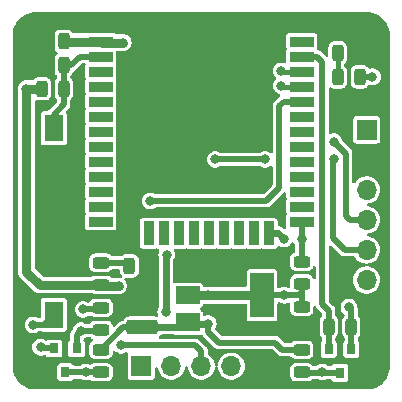
<source format=gbr>
G04 #@! TF.GenerationSoftware,KiCad,Pcbnew,7.0.6*
G04 #@! TF.CreationDate,2023-11-12T09:36:54+05:30*
G04 #@! TF.ProjectId,ESP32-Miner,45535033-322d-44d6-996e-65722e6b6963,rev?*
G04 #@! TF.SameCoordinates,Original*
G04 #@! TF.FileFunction,Copper,L1,Top*
G04 #@! TF.FilePolarity,Positive*
%FSLAX46Y46*%
G04 Gerber Fmt 4.6, Leading zero omitted, Abs format (unit mm)*
G04 Created by KiCad (PCBNEW 7.0.6) date 2023-11-12 09:36:54*
%MOMM*%
%LPD*%
G01*
G04 APERTURE LIST*
G04 Aperture macros list*
%AMRoundRect*
0 Rectangle with rounded corners*
0 $1 Rounding radius*
0 $2 $3 $4 $5 $6 $7 $8 $9 X,Y pos of 4 corners*
0 Add a 4 corners polygon primitive as box body*
4,1,4,$2,$3,$4,$5,$6,$7,$8,$9,$2,$3,0*
0 Add four circle primitives for the rounded corners*
1,1,$1+$1,$2,$3*
1,1,$1+$1,$4,$5*
1,1,$1+$1,$6,$7*
1,1,$1+$1,$8,$9*
0 Add four rect primitives between the rounded corners*
20,1,$1+$1,$2,$3,$4,$5,0*
20,1,$1+$1,$4,$5,$6,$7,0*
20,1,$1+$1,$6,$7,$8,$9,0*
20,1,$1+$1,$8,$9,$2,$3,0*%
G04 Aperture macros list end*
G04 #@! TA.AperFunction,SMDPad,CuDef*
%ADD10RoundRect,0.243750X-0.456250X0.243750X-0.456250X-0.243750X0.456250X-0.243750X0.456250X0.243750X0*%
G04 #@! TD*
G04 #@! TA.AperFunction,SMDPad,CuDef*
%ADD11R,0.800000X0.900000*%
G04 #@! TD*
G04 #@! TA.AperFunction,SMDPad,CuDef*
%ADD12R,2.000000X1.500000*%
G04 #@! TD*
G04 #@! TA.AperFunction,SMDPad,CuDef*
%ADD13R,2.000000X3.800000*%
G04 #@! TD*
G04 #@! TA.AperFunction,SMDPad,CuDef*
%ADD14RoundRect,0.243750X0.243750X0.456250X-0.243750X0.456250X-0.243750X-0.456250X0.243750X-0.456250X0*%
G04 #@! TD*
G04 #@! TA.AperFunction,SMDPad,CuDef*
%ADD15RoundRect,0.243750X-0.243750X-0.456250X0.243750X-0.456250X0.243750X0.456250X-0.243750X0.456250X0*%
G04 #@! TD*
G04 #@! TA.AperFunction,SMDPad,CuDef*
%ADD16R,1.597660X2.298700*%
G04 #@! TD*
G04 #@! TA.AperFunction,ComponentPad*
%ADD17R,1.700000X1.700000*%
G04 #@! TD*
G04 #@! TA.AperFunction,ComponentPad*
%ADD18O,1.700000X1.700000*%
G04 #@! TD*
G04 #@! TA.AperFunction,SMDPad,CuDef*
%ADD19R,2.000000X0.900000*%
G04 #@! TD*
G04 #@! TA.AperFunction,SMDPad,CuDef*
%ADD20R,0.900000X2.000000*%
G04 #@! TD*
G04 #@! TA.AperFunction,SMDPad,CuDef*
%ADD21R,5.000000X5.000000*%
G04 #@! TD*
G04 #@! TA.AperFunction,SMDPad,CuDef*
%ADD22RoundRect,0.250000X1.075000X-0.375000X1.075000X0.375000X-1.075000X0.375000X-1.075000X-0.375000X0*%
G04 #@! TD*
G04 #@! TA.AperFunction,ViaPad*
%ADD23C,0.800000*%
G04 #@! TD*
G04 #@! TA.AperFunction,Conductor*
%ADD24C,0.600000*%
G04 #@! TD*
G04 #@! TA.AperFunction,Conductor*
%ADD25C,0.500000*%
G04 #@! TD*
G04 #@! TA.AperFunction,Conductor*
%ADD26C,0.800000*%
G04 #@! TD*
G04 #@! TA.AperFunction,Conductor*
%ADD27C,0.400000*%
G04 #@! TD*
G04 APERTURE END LIST*
D10*
G04 #@! TO.P,C2,1*
G04 #@! TO.N,+3V3*
X150000000Y-95982500D03*
G04 #@! TO.P,C2,2*
G04 #@! TO.N,GND*
X150000000Y-97857500D03*
G04 #@! TD*
D11*
G04 #@! TO.P,Q1,1*
G04 #@! TO.N,+3V3*
X130950000Y-99500000D03*
G04 #@! TO.P,Q1,2*
G04 #@! TO.N,SDA*
X129050000Y-99500000D03*
G04 #@! TO.P,Q1,3*
G04 #@! TO.N,H_SDA*
X130000000Y-101500000D03*
G04 #@! TD*
D12*
G04 #@! TO.P,U1,1*
G04 #@! TO.N,GND*
X140350000Y-92700000D03*
G04 #@! TO.P,U1,2*
G04 #@! TO.N,+3V3*
X140350000Y-95000000D03*
D13*
X146650000Y-95000000D03*
D12*
G04 #@! TO.P,U1,3*
G04 #@! TO.N,+5V*
X140350000Y-97300000D03*
G04 #@! TD*
D10*
G04 #@! TO.P,R6,1*
G04 #@! TO.N,+5V*
X133000000Y-99625000D03*
G04 #@! TO.P,R6,2*
G04 #@! TO.N,H_SDA*
X133000000Y-101500000D03*
G04 #@! TD*
G04 #@! TO.P,R5,1*
G04 #@! TO.N,SDA*
X133000000Y-96062500D03*
G04 #@! TO.P,R5,2*
G04 #@! TO.N,+3V3*
X133000000Y-97937500D03*
G04 #@! TD*
D14*
G04 #@! TO.P,D2,1*
G04 #@! TO.N,GND*
X154937500Y-74500000D03*
G04 #@! TO.P,D2,2*
G04 #@! TO.N,Net-(D2-Pad2)*
X153062500Y-74500000D03*
G04 #@! TD*
G04 #@! TO.P,R10,1*
G04 #@! TO.N,RESET*
X129875000Y-77500000D03*
G04 #@! TO.P,R10,2*
G04 #@! TO.N,+3V3*
X128000000Y-77500000D03*
G04 #@! TD*
D15*
G04 #@! TO.P,R2,1*
G04 #@! TO.N,Net-(D2-Pad2)*
X153062500Y-76500000D03*
G04 #@! TO.P,R2,2*
G04 #@! TO.N,ON_BOARD_LED*
X154937500Y-76500000D03*
G04 #@! TD*
D16*
G04 #@! TO.P,SW1,1*
G04 #@! TO.N,GND*
X129000000Y-87149600D03*
G04 #@! TO.P,SW1,2*
G04 #@! TO.N,RESET*
X129000000Y-80850400D03*
G04 #@! TD*
G04 #@! TO.P,SW2,1*
G04 #@! TO.N,GND*
X129000000Y-90350400D03*
G04 #@! TO.P,SW2,2*
G04 #@! TO.N,BOOT*
X129000000Y-96649600D03*
G04 #@! TD*
D14*
G04 #@! TO.P,C3,1*
G04 #@! TO.N,+3V3*
X129875000Y-73500000D03*
G04 #@! TO.P,C3,2*
G04 #@! TO.N,GND*
X128000000Y-73500000D03*
G04 #@! TD*
D15*
G04 #@! TO.P,C4,1*
G04 #@! TO.N,GND*
X128000000Y-75500000D03*
G04 #@! TO.P,C4,2*
G04 #@! TO.N,RESET*
X129875000Y-75500000D03*
G04 #@! TD*
D11*
G04 #@! TO.P,Q2,1*
G04 #@! TO.N,+3V3*
X154200000Y-99562500D03*
G04 #@! TO.P,Q2,2*
G04 #@! TO.N,SCL*
X152300000Y-99562500D03*
G04 #@! TO.P,Q2,3*
G04 #@! TO.N,H_SCL*
X153250000Y-101562500D03*
G04 #@! TD*
D15*
G04 #@! TO.P,R7,1*
G04 #@! TO.N,SCL*
X152312500Y-97650000D03*
G04 #@! TO.P,R7,2*
G04 #@! TO.N,+3V3*
X154187500Y-97650000D03*
G04 #@! TD*
D17*
G04 #@! TO.P,J1,1*
G04 #@! TO.N,EXT_LED*
X136425000Y-101000000D03*
D18*
G04 #@! TO.P,J1,2*
G04 #@! TO.N,+5V*
X138965000Y-101000000D03*
G04 #@! TO.P,J1,3*
G04 #@! TO.N,Net-(J1-Pad3)*
X141505000Y-101000000D03*
G04 #@! TO.P,J1,4*
G04 #@! TO.N,Net-(J1-Pad4)*
X144045000Y-101000000D03*
G04 #@! TO.P,J1,5*
G04 #@! TO.N,GND*
X146585000Y-101000000D03*
G04 #@! TD*
D10*
G04 #@! TO.P,R9,1*
G04 #@! TO.N,BOOT*
X150000000Y-92142500D03*
G04 #@! TO.P,R9,2*
G04 #@! TO.N,+3V3*
X150000000Y-94017500D03*
G04 #@! TD*
D19*
G04 #@! TO.P,U2,1*
G04 #@! TO.N,GND*
X133000000Y-72245000D03*
G04 #@! TO.P,U2,2*
G04 #@! TO.N,+3V3*
X133000000Y-73515000D03*
G04 #@! TO.P,U2,3*
G04 #@! TO.N,RESET*
X133000000Y-74785000D03*
G04 #@! TO.P,U2,4*
G04 #@! TO.N,Net-(U2-Pad4)*
X133000000Y-76055000D03*
G04 #@! TO.P,U2,5*
G04 #@! TO.N,Net-(U2-Pad5)*
X133000000Y-77325000D03*
G04 #@! TO.P,U2,6*
G04 #@! TO.N,Net-(U2-Pad6)*
X133000000Y-78595000D03*
G04 #@! TO.P,U2,7*
G04 #@! TO.N,Net-(U2-Pad7)*
X133000000Y-79865000D03*
G04 #@! TO.P,U2,8*
G04 #@! TO.N,Net-(U2-Pad8)*
X133000000Y-81135000D03*
G04 #@! TO.P,U2,9*
G04 #@! TO.N,Net-(U2-Pad9)*
X133000000Y-82405000D03*
G04 #@! TO.P,U2,10*
G04 #@! TO.N,Net-(U2-Pad10)*
X133000000Y-83675000D03*
G04 #@! TO.P,U2,11*
G04 #@! TO.N,Net-(U2-Pad11)*
X133000000Y-84945000D03*
G04 #@! TO.P,U2,12*
G04 #@! TO.N,Net-(U2-Pad12)*
X133000000Y-86215000D03*
G04 #@! TO.P,U2,13*
G04 #@! TO.N,Net-(U2-Pad13)*
X133000000Y-87485000D03*
G04 #@! TO.P,U2,14*
G04 #@! TO.N,Net-(U2-Pad14)*
X133000000Y-88755000D03*
D20*
G04 #@! TO.P,U2,15*
G04 #@! TO.N,GND*
X135785000Y-89755000D03*
G04 #@! TO.P,U2,16*
G04 #@! TO.N,Net-(U2-Pad16)*
X137055000Y-89755000D03*
G04 #@! TO.P,U2,17*
G04 #@! TO.N,Net-(U2-Pad17)*
X138325000Y-89755000D03*
G04 #@! TO.P,U2,18*
G04 #@! TO.N,Net-(U2-Pad18)*
X139595000Y-89755000D03*
G04 #@! TO.P,U2,19*
G04 #@! TO.N,Net-(U2-Pad19)*
X140865000Y-89755000D03*
G04 #@! TO.P,U2,20*
G04 #@! TO.N,Net-(U2-Pad20)*
X142135000Y-89755000D03*
G04 #@! TO.P,U2,21*
G04 #@! TO.N,Net-(U2-Pad21)*
X143405000Y-89755000D03*
G04 #@! TO.P,U2,22*
G04 #@! TO.N,Net-(U2-Pad22)*
X144675000Y-89755000D03*
G04 #@! TO.P,U2,23*
G04 #@! TO.N,Net-(U2-Pad23)*
X145945000Y-89755000D03*
G04 #@! TO.P,U2,24*
G04 #@! TO.N,LED*
X147215000Y-89755000D03*
D19*
G04 #@! TO.P,U2,25*
G04 #@! TO.N,BOOT*
X150000000Y-88755000D03*
G04 #@! TO.P,U2,26*
G04 #@! TO.N,Net-(U2-Pad26)*
X150000000Y-87485000D03*
G04 #@! TO.P,U2,27*
G04 #@! TO.N,Net-(U2-Pad27)*
X150000000Y-86215000D03*
G04 #@! TO.P,U2,28*
G04 #@! TO.N,Net-(U2-Pad28)*
X150000000Y-84945000D03*
G04 #@! TO.P,U2,29*
G04 #@! TO.N,Net-(U2-Pad29)*
X150000000Y-83675000D03*
G04 #@! TO.P,U2,30*
G04 #@! TO.N,Net-(U2-Pad30)*
X150000000Y-82405000D03*
G04 #@! TO.P,U2,31*
G04 #@! TO.N,Net-(U2-Pad31)*
X150000000Y-81135000D03*
G04 #@! TO.P,U2,32*
G04 #@! TO.N,Net-(U2-Pad32)*
X150000000Y-79865000D03*
G04 #@! TO.P,U2,33*
G04 #@! TO.N,SDA*
X150000000Y-78595000D03*
G04 #@! TO.P,U2,34*
G04 #@! TO.N,ESP32_RX*
X150000000Y-77325000D03*
G04 #@! TO.P,U2,35*
G04 #@! TO.N,ESP32_TX*
X150000000Y-76055000D03*
G04 #@! TO.P,U2,36*
G04 #@! TO.N,SCL*
X150000000Y-74785000D03*
G04 #@! TO.P,U2,37*
G04 #@! TO.N,Net-(U2-Pad37)*
X150000000Y-73515000D03*
G04 #@! TO.P,U2,38*
G04 #@! TO.N,GND*
X150000000Y-72245000D03*
D21*
G04 #@! TO.P,U2,39*
X140500000Y-79745000D03*
G04 #@! TD*
D10*
G04 #@! TO.P,R1,1*
G04 #@! TO.N,Net-(D1-Pad2)*
X133000000Y-92247500D03*
G04 #@! TO.P,R1,2*
G04 #@! TO.N,+3V3*
X133000000Y-94122500D03*
G04 #@! TD*
G04 #@! TO.P,R8,1*
G04 #@! TO.N,+5V*
X150000000Y-99625000D03*
G04 #@! TO.P,R8,2*
G04 #@! TO.N,H_SCL*
X150000000Y-101500000D03*
G04 #@! TD*
D17*
G04 #@! TO.P,J2,1*
G04 #@! TO.N,Net-(J2-Pad1)*
X155500000Y-81000000D03*
D18*
G04 #@! TO.P,J2,2*
G04 #@! TO.N,GND*
X155500000Y-83540000D03*
G04 #@! TO.P,J2,3*
G04 #@! TO.N,+5V*
X155500000Y-86080000D03*
G04 #@! TO.P,J2,4*
G04 #@! TO.N,ESP32_RX*
X155500000Y-88620000D03*
G04 #@! TO.P,J2,5*
G04 #@! TO.N,ESP32_TX*
X155500000Y-91160000D03*
G04 #@! TO.P,J2,6*
G04 #@! TO.N,Net-(J2-Pad6)*
X155500000Y-93700000D03*
G04 #@! TD*
D14*
G04 #@! TO.P,D1,1*
G04 #@! TO.N,GND*
X137297500Y-92500000D03*
G04 #@! TO.P,D1,2*
G04 #@! TO.N,Net-(D1-Pad2)*
X135422500Y-92500000D03*
G04 #@! TD*
D22*
G04 #@! TO.P,C1,1*
G04 #@! TO.N,+5V*
X136500000Y-97720000D03*
G04 #@! TO.P,C1,2*
G04 #@! TO.N,GND*
X136500000Y-94920000D03*
G04 #@! TD*
D23*
G04 #@! TO.N,GND*
X141500000Y-79000000D03*
X139500000Y-79000000D03*
X141500000Y-81000000D03*
X142100000Y-92800000D03*
X139500000Y-81000000D03*
G04 #@! TO.N,+5V*
X142100000Y-97400000D03*
G04 #@! TO.N,+3V3*
X142100000Y-95000000D03*
X126700000Y-77500000D03*
X134500000Y-94200000D03*
X131300000Y-98000000D03*
X154000000Y-96000000D03*
X148500000Y-95000000D03*
X134900000Y-73600000D03*
G04 #@! TO.N,Net-(J1-Pad3)*
X134750000Y-99250000D03*
G04 #@! TO.N,EXT_LED*
X138500000Y-96400000D03*
X138574011Y-91557663D03*
G04 #@! TO.N,ESP32_TX*
X148250000Y-76000000D03*
X152750000Y-83500000D03*
G04 #@! TO.N,ESP32_RX*
X152750000Y-82000000D03*
X148250000Y-77250000D03*
G04 #@! TO.N,LED*
X148500000Y-90250000D03*
G04 #@! TO.N,ON_BOARD_LED*
X156000000Y-76500000D03*
G04 #@! TO.N,H_SDA*
X131750000Y-101500000D03*
G04 #@! TO.N,SDA*
X127900000Y-99400000D03*
X137200000Y-87000000D03*
X131500000Y-96200000D03*
G04 #@! TO.N,H_SCL*
X151750000Y-101500000D03*
G04 #@! TO.N,BOOT*
X150000000Y-90250000D03*
X142700000Y-83500000D03*
X127250000Y-97500000D03*
X146900000Y-83500000D03*
G04 #@! TD*
D24*
G04 #@! TO.N,GND*
X140350000Y-92700000D02*
X142000000Y-92700000D01*
X142000000Y-92700000D02*
X142100000Y-92800000D01*
D25*
G04 #@! TO.N,+5V*
X148375000Y-99625000D02*
X150000000Y-99625000D01*
X133000000Y-99625000D02*
X134905000Y-97720000D01*
D24*
X139930000Y-97720000D02*
X140350000Y-97300000D01*
X142100000Y-97400000D02*
X140450000Y-97400000D01*
D25*
X147750000Y-99000000D02*
X148375000Y-99625000D01*
X143000000Y-99000000D02*
X147750000Y-99000000D01*
X142100000Y-97400000D02*
X142100000Y-98100000D01*
X134905000Y-97720000D02*
X136500000Y-97720000D01*
D24*
X140450000Y-97400000D02*
X140350000Y-97300000D01*
D25*
X142100000Y-98100000D02*
X143000000Y-99000000D01*
D24*
X136500000Y-97720000D02*
X139930000Y-97720000D01*
D26*
G04 #@! TO.N,+3V3*
X133085000Y-73600000D02*
X133000000Y-73515000D01*
D25*
X154200000Y-98700000D02*
X154200000Y-96200000D01*
X154200000Y-99562500D02*
X154200000Y-98700000D01*
X131300000Y-98000000D02*
X132937500Y-98000000D01*
X154200000Y-97662500D02*
X154187500Y-97650000D01*
X150000000Y-95000000D02*
X150000000Y-95982500D01*
X150000000Y-94017500D02*
X150000000Y-94750000D01*
X144750000Y-95000000D02*
X146650000Y-95000000D01*
D26*
X126700000Y-79200000D02*
X126700000Y-77500000D01*
D25*
X146650000Y-95000000D02*
X148300000Y-95000000D01*
X130950000Y-99500000D02*
X130950000Y-98350000D01*
X154200000Y-98700000D02*
X154200000Y-97662500D01*
D26*
X133077500Y-94200000D02*
X133000000Y-94122500D01*
D25*
X150000000Y-94750000D02*
X150000000Y-95000000D01*
D26*
X134900000Y-73600000D02*
X133085000Y-73600000D01*
D25*
X148300000Y-95000000D02*
X148500000Y-95000000D01*
D26*
X133000000Y-73515000D02*
X129890000Y-73515000D01*
X128000000Y-77500000D02*
X126700000Y-77500000D01*
X126700000Y-79200000D02*
X126700000Y-93000000D01*
X129890000Y-73515000D02*
X129875000Y-73500000D01*
D25*
X149750000Y-95000000D02*
X150000000Y-94750000D01*
X148300000Y-95000000D02*
X149750000Y-95000000D01*
D26*
X126700000Y-93000000D02*
X127822500Y-94122500D01*
X142100000Y-95000000D02*
X146650000Y-95000000D01*
D25*
X132937500Y-98000000D02*
X133000000Y-97937500D01*
D24*
X142300000Y-95000000D02*
X144750000Y-95000000D01*
D25*
X130950000Y-98350000D02*
X131300000Y-98000000D01*
X150000000Y-94750000D02*
X150000000Y-95982500D01*
D26*
X142100000Y-95000000D02*
X140350000Y-95000000D01*
D25*
X150000000Y-95000000D02*
X150000000Y-94017500D01*
X154200000Y-96200000D02*
X154000000Y-96000000D01*
D24*
X140350000Y-95000000D02*
X142300000Y-95000000D01*
X142300000Y-95000000D02*
X146650000Y-95000000D01*
D26*
X134500000Y-94200000D02*
X133077500Y-94200000D01*
X127822500Y-94122500D02*
X133000000Y-94122500D01*
D25*
G04 #@! TO.N,RESET*
X129000000Y-79700000D02*
X129875000Y-78825000D01*
X129000000Y-80850400D02*
X129000000Y-79700000D01*
X129875000Y-75500000D02*
X130500000Y-75500000D01*
X129875000Y-75500000D02*
X129875000Y-77500000D01*
X131215000Y-74785000D02*
X133000000Y-74785000D01*
X130500000Y-75500000D02*
X131215000Y-74785000D01*
X129875000Y-77500000D02*
X129875000Y-78825000D01*
G04 #@! TO.N,Net-(D1-Pad2)*
X133000000Y-92247500D02*
X135310000Y-92247500D01*
X135310000Y-92247500D02*
X135562500Y-92500000D01*
D27*
G04 #@! TO.N,Net-(D2-Pad2)*
X153062500Y-74500000D02*
X153062500Y-76500000D01*
D25*
G04 #@! TO.N,Net-(J1-Pad3)*
X141505000Y-99755000D02*
X141000000Y-99250000D01*
X141505000Y-101000000D02*
X141505000Y-99755000D01*
X134750000Y-99250000D02*
X141000000Y-99250000D01*
D24*
G04 #@! TO.N,EXT_LED*
X138500000Y-91631674D02*
X138574011Y-91557663D01*
X138500000Y-96400000D02*
X138500000Y-91631674D01*
D25*
G04 #@! TO.N,ESP32_TX*
X152650000Y-83600000D02*
X152750000Y-83500000D01*
X153660000Y-91160000D02*
X155500000Y-91160000D01*
X152650000Y-85850000D02*
X152650000Y-90150000D01*
D27*
X150000000Y-76055000D02*
X148305000Y-76055000D01*
D25*
X152650000Y-85850000D02*
X152650000Y-83600000D01*
X152650000Y-90150000D02*
X153660000Y-91160000D01*
D27*
X148305000Y-76055000D02*
X148250000Y-76000000D01*
G04 #@! TO.N,ESP32_RX*
X150000000Y-77325000D02*
X148325000Y-77325000D01*
X148325000Y-77325000D02*
X148250000Y-77250000D01*
D25*
X155500000Y-88620000D02*
X154120000Y-88620000D01*
X153750000Y-88250000D02*
X153750000Y-85000000D01*
X154120000Y-88620000D02*
X153750000Y-88250000D01*
X152750000Y-82000000D02*
X153750000Y-83000000D01*
X153750000Y-83000000D02*
X153750000Y-85000000D01*
D24*
G04 #@! TO.N,LED*
X148005000Y-89755000D02*
X148500000Y-90250000D01*
X147215000Y-89755000D02*
X148005000Y-89755000D01*
D25*
G04 #@! TO.N,ON_BOARD_LED*
X154937500Y-76500000D02*
X156000000Y-76500000D01*
G04 #@! TO.N,H_SDA*
X131750000Y-101500000D02*
X130000000Y-101500000D01*
X133000000Y-101500000D02*
X131750000Y-101500000D01*
G04 #@! TO.N,SDA*
X128000000Y-99500000D02*
X127900000Y-99400000D01*
X148505000Y-78595000D02*
X150000000Y-78595000D01*
X131500000Y-96200000D02*
X132862500Y-96200000D01*
X132862500Y-96200000D02*
X133000000Y-96062500D01*
X147000000Y-87000000D02*
X148100000Y-85900000D01*
X137200000Y-87000000D02*
X147000000Y-87000000D01*
X148100000Y-85900000D02*
X148100000Y-79000000D01*
X148100000Y-79000000D02*
X148505000Y-78595000D01*
X129050000Y-99500000D02*
X128000000Y-99500000D01*
G04 #@! TO.N,H_SCL*
X150062500Y-101562500D02*
X150000000Y-101500000D01*
D27*
X151687500Y-101562500D02*
X151750000Y-101500000D01*
X153250000Y-101562500D02*
X151687500Y-101562500D01*
D25*
X153250000Y-101562500D02*
X150062500Y-101562500D01*
D27*
X151687500Y-101562500D02*
X150062500Y-101562500D01*
D25*
G04 #@! TO.N,SCL*
X151285000Y-74785000D02*
X151750000Y-75250000D01*
X152300000Y-98137500D02*
X152500000Y-97937500D01*
X150000000Y-74785000D02*
X151285000Y-74785000D01*
X152312500Y-96312500D02*
X151750000Y-95750000D01*
X152300000Y-99562500D02*
X152300000Y-98137500D01*
X152312500Y-97650000D02*
X152312500Y-96312500D01*
X151750000Y-75250000D02*
X151750000Y-95750000D01*
G04 #@! TO.N,BOOT*
X127250000Y-97500000D02*
X128149600Y-97500000D01*
X150000000Y-88755000D02*
X150000000Y-90250000D01*
X150000000Y-90250000D02*
X150000000Y-92142500D01*
X142700000Y-83500000D02*
X146900000Y-83500000D01*
X128149600Y-97500000D02*
X129000000Y-96649600D01*
G04 #@! TD*
G04 #@! TA.AperFunction,Conductor*
G04 #@! TO.N,GND*
G36*
X149310989Y-90492920D02*
G01*
X149360916Y-90543396D01*
X149367808Y-90558486D01*
X149375182Y-90577930D01*
X149375183Y-90577931D01*
X149427196Y-90653285D01*
X149449432Y-90720710D01*
X149449500Y-90724861D01*
X149449500Y-91265122D01*
X149429498Y-91333243D01*
X149375842Y-91379736D01*
X149369724Y-91382337D01*
X149274500Y-91419888D01*
X149155288Y-91510288D01*
X149064889Y-91629499D01*
X149010002Y-91768679D01*
X148999500Y-91856137D01*
X148999500Y-92428862D01*
X149010002Y-92516320D01*
X149064889Y-92655500D01*
X149155288Y-92774711D01*
X149212377Y-92818002D01*
X149274500Y-92865111D01*
X149413679Y-92919997D01*
X149501140Y-92930500D01*
X149501143Y-92930500D01*
X150498857Y-92930500D01*
X150498860Y-92930500D01*
X150586321Y-92919997D01*
X150725500Y-92865111D01*
X150844711Y-92774711D01*
X150935111Y-92655500D01*
X150956285Y-92601806D01*
X150999883Y-92545774D01*
X151066854Y-92522206D01*
X151135935Y-92538588D01*
X151185193Y-92589716D01*
X151199500Y-92648031D01*
X151199500Y-93511968D01*
X151179498Y-93580089D01*
X151125842Y-93626582D01*
X151055568Y-93636686D01*
X150990988Y-93607192D01*
X150956285Y-93558193D01*
X150949193Y-93540210D01*
X150935111Y-93504500D01*
X150907376Y-93467926D01*
X150844711Y-93385288D01*
X150725500Y-93294889D01*
X150586320Y-93240002D01*
X150498862Y-93229500D01*
X150498860Y-93229500D01*
X149501140Y-93229500D01*
X149501137Y-93229500D01*
X149413679Y-93240002D01*
X149274499Y-93294889D01*
X149155288Y-93385288D01*
X149064889Y-93504499D01*
X149010002Y-93643679D01*
X148999500Y-93731137D01*
X148999500Y-94262610D01*
X148979498Y-94330731D01*
X148925842Y-94377224D01*
X148855568Y-94387328D01*
X148814945Y-94374178D01*
X148750223Y-94340209D01*
X148750221Y-94340208D01*
X148585059Y-94299500D01*
X148585056Y-94299500D01*
X148414944Y-94299500D01*
X148414940Y-94299500D01*
X148249778Y-94340208D01*
X148249770Y-94340212D01*
X148135054Y-94400420D01*
X148065441Y-94414367D01*
X147999338Y-94388463D01*
X147957734Y-94330935D01*
X147950499Y-94288853D01*
X147950499Y-93055140D01*
X147950499Y-93055136D01*
X147947585Y-93030009D01*
X147903648Y-92930500D01*
X147902206Y-92927234D01*
X147822767Y-92847795D01*
X147822765Y-92847794D01*
X147719989Y-92802414D01*
X147719990Y-92802414D01*
X147694868Y-92799500D01*
X145605140Y-92799500D01*
X145605133Y-92799501D01*
X145580009Y-92802414D01*
X145580005Y-92802416D01*
X145477234Y-92847793D01*
X145397795Y-92927232D01*
X145397794Y-92927234D01*
X145352414Y-93030009D01*
X145349500Y-93055129D01*
X145349500Y-94173500D01*
X145329498Y-94241621D01*
X145275842Y-94288114D01*
X145223500Y-94299500D01*
X141773674Y-94299500D01*
X141705553Y-94279498D01*
X141659060Y-94225842D01*
X141648513Y-94188018D01*
X141647585Y-94180009D01*
X141619936Y-94117389D01*
X141602206Y-94077234D01*
X141522767Y-93997795D01*
X141522765Y-93997794D01*
X141419989Y-93952414D01*
X141419990Y-93952414D01*
X141394868Y-93949500D01*
X139305140Y-93949500D01*
X139305133Y-93949501D01*
X139280009Y-93952414D01*
X139280005Y-93952416D01*
X139277392Y-93953570D01*
X139274253Y-93953980D01*
X139270860Y-93954904D01*
X139270734Y-93954441D01*
X139206996Y-93962786D01*
X139142793Y-93932481D01*
X139105166Y-93872275D01*
X139100500Y-93838305D01*
X139100500Y-92067309D01*
X139120502Y-91999188D01*
X139122776Y-91995773D01*
X139198829Y-91885593D01*
X139259151Y-91726535D01*
X139270933Y-91629500D01*
X139279656Y-91557665D01*
X139279656Y-91557660D01*
X139259151Y-91388791D01*
X139252901Y-91372310D01*
X139198829Y-91229733D01*
X139198828Y-91229732D01*
X139197481Y-91226179D01*
X139192027Y-91155392D01*
X139225710Y-91092894D01*
X139287834Y-91058527D01*
X139315285Y-91055499D01*
X140089864Y-91055499D01*
X140114991Y-91052585D01*
X140179108Y-91024274D01*
X140249500Y-91015057D01*
X140280890Y-91024273D01*
X140345009Y-91052585D01*
X140370135Y-91055500D01*
X141359864Y-91055499D01*
X141384991Y-91052585D01*
X141449108Y-91024274D01*
X141519500Y-91015057D01*
X141550890Y-91024273D01*
X141615009Y-91052585D01*
X141640135Y-91055500D01*
X142629864Y-91055499D01*
X142654991Y-91052585D01*
X142719108Y-91024274D01*
X142789500Y-91015057D01*
X142820890Y-91024273D01*
X142885009Y-91052585D01*
X142910135Y-91055500D01*
X143899864Y-91055499D01*
X143924991Y-91052585D01*
X143989108Y-91024274D01*
X144059500Y-91015057D01*
X144090890Y-91024273D01*
X144155009Y-91052585D01*
X144180135Y-91055500D01*
X145169864Y-91055499D01*
X145194991Y-91052585D01*
X145259108Y-91024274D01*
X145329500Y-91015057D01*
X145360890Y-91024273D01*
X145425009Y-91052585D01*
X145450135Y-91055500D01*
X146439864Y-91055499D01*
X146464991Y-91052585D01*
X146529108Y-91024274D01*
X146599500Y-91015057D01*
X146630890Y-91024273D01*
X146695009Y-91052585D01*
X146720135Y-91055500D01*
X147709864Y-91055499D01*
X147734991Y-91052585D01*
X147837765Y-91007206D01*
X147917206Y-90927765D01*
X147931767Y-90894786D01*
X147977579Y-90840550D01*
X148045442Y-90819690D01*
X148105585Y-90834112D01*
X148249775Y-90909790D01*
X148249776Y-90909790D01*
X148249778Y-90909791D01*
X148322703Y-90927765D01*
X148414944Y-90950500D01*
X148414947Y-90950500D01*
X148585053Y-90950500D01*
X148585056Y-90950500D01*
X148750225Y-90909790D01*
X148900852Y-90830734D01*
X149028183Y-90717929D01*
X149124818Y-90577930D01*
X149132187Y-90558498D01*
X149175043Y-90501897D01*
X149241698Y-90477450D01*
X149310989Y-90492920D01*
G37*
G04 #@! TD.AperFunction*
G04 #@! TA.AperFunction,Conductor*
G36*
X155502058Y-71025634D02*
G01*
X155753604Y-71042122D01*
X155761759Y-71043194D01*
X156006989Y-71091973D01*
X156014943Y-71094104D01*
X156251698Y-71174473D01*
X156259308Y-71177624D01*
X156483558Y-71288212D01*
X156490676Y-71292322D01*
X156698563Y-71431228D01*
X156705101Y-71436245D01*
X156748017Y-71473881D01*
X156893074Y-71601092D01*
X156898907Y-71606925D01*
X157063753Y-71794896D01*
X157068773Y-71801438D01*
X157207674Y-72009318D01*
X157211789Y-72016446D01*
X157254090Y-72102222D01*
X157322371Y-72240683D01*
X157325528Y-72248305D01*
X157405892Y-72485047D01*
X157408027Y-72493016D01*
X157456802Y-72738222D01*
X157457878Y-72746401D01*
X157467437Y-72892234D01*
X157472873Y-72975184D01*
X157474365Y-72997938D01*
X157474500Y-73002059D01*
X157474500Y-100997940D01*
X157474365Y-101002058D01*
X157471750Y-101041959D01*
X157457878Y-101253598D01*
X157456802Y-101261777D01*
X157408027Y-101506983D01*
X157405892Y-101514952D01*
X157325528Y-101751694D01*
X157322371Y-101759316D01*
X157309034Y-101786362D01*
X157243136Y-101919991D01*
X157211796Y-101983542D01*
X157207671Y-101990686D01*
X157068774Y-102198559D01*
X157063753Y-102205103D01*
X156898907Y-102393074D01*
X156893074Y-102398907D01*
X156705103Y-102563753D01*
X156698559Y-102568774D01*
X156490686Y-102707671D01*
X156483546Y-102711793D01*
X156371429Y-102767083D01*
X156259316Y-102822371D01*
X156251694Y-102825528D01*
X156014952Y-102905892D01*
X156006983Y-102908027D01*
X155821223Y-102944977D01*
X155761774Y-102956802D01*
X155753598Y-102957878D01*
X155543176Y-102971670D01*
X155502058Y-102974365D01*
X155497940Y-102974500D01*
X127502060Y-102974500D01*
X127497941Y-102974365D01*
X127450819Y-102971276D01*
X127246401Y-102957878D01*
X127238227Y-102956802D01*
X127115618Y-102932414D01*
X126993016Y-102908027D01*
X126985047Y-102905892D01*
X126748305Y-102825528D01*
X126740683Y-102822371D01*
X126516446Y-102711789D01*
X126509318Y-102707674D01*
X126301438Y-102568773D01*
X126294896Y-102563753D01*
X126106925Y-102398907D01*
X126101092Y-102393074D01*
X126030867Y-102312998D01*
X125936245Y-102205101D01*
X125931225Y-102198559D01*
X125922344Y-102185267D01*
X125795117Y-101994859D01*
X129299500Y-101994859D01*
X129299501Y-101994866D01*
X129302414Y-102019990D01*
X129302416Y-102019994D01*
X129347793Y-102122765D01*
X129427232Y-102202204D01*
X129427234Y-102202205D01*
X129427235Y-102202206D01*
X129530009Y-102247585D01*
X129555135Y-102250500D01*
X130444864Y-102250499D01*
X130469991Y-102247585D01*
X130572765Y-102202206D01*
X130652206Y-102122765D01*
X130652207Y-102122762D01*
X130658805Y-102113132D01*
X130660504Y-102114296D01*
X130696769Y-102071367D01*
X130764632Y-102050510D01*
X130766216Y-102050500D01*
X131267235Y-102050500D01*
X131335356Y-102070502D01*
X131345988Y-102078553D01*
X131349148Y-102080734D01*
X131499775Y-102159790D01*
X131499776Y-102159790D01*
X131499778Y-102159791D01*
X131656461Y-102198409D01*
X131664944Y-102200500D01*
X131664947Y-102200500D01*
X131835053Y-102200500D01*
X131835056Y-102200500D01*
X132000225Y-102159790D01*
X132042464Y-102137620D01*
X132112076Y-102123674D01*
X132177151Y-102148789D01*
X132274500Y-102222611D01*
X132413679Y-102277497D01*
X132501140Y-102288000D01*
X132501143Y-102288000D01*
X133498857Y-102288000D01*
X133498860Y-102288000D01*
X133586321Y-102277497D01*
X133725500Y-102222611D01*
X133844711Y-102132211D01*
X133935111Y-102013000D01*
X133989997Y-101873821D01*
X134000500Y-101786360D01*
X134000500Y-101213640D01*
X133989997Y-101126179D01*
X133935111Y-100987000D01*
X133905873Y-100948444D01*
X133844711Y-100867788D01*
X133725500Y-100777389D01*
X133586320Y-100722502D01*
X133498862Y-100712000D01*
X133498860Y-100712000D01*
X132501140Y-100712000D01*
X132501137Y-100712000D01*
X132413679Y-100722502D01*
X132274499Y-100777389D01*
X132177152Y-100851209D01*
X132110787Y-100876432D01*
X132042465Y-100862379D01*
X132021182Y-100851209D01*
X132000225Y-100840210D01*
X132000223Y-100840209D01*
X132000221Y-100840208D01*
X131835059Y-100799500D01*
X131835056Y-100799500D01*
X131664944Y-100799500D01*
X131664940Y-100799500D01*
X131499778Y-100840208D01*
X131499774Y-100840210D01*
X131349148Y-100919265D01*
X131342874Y-100923597D01*
X131341798Y-100922039D01*
X131286529Y-100948014D01*
X131267235Y-100949500D01*
X130766216Y-100949500D01*
X130698095Y-100929498D01*
X130660280Y-100885857D01*
X130658805Y-100886868D01*
X130652204Y-100877232D01*
X130572767Y-100797795D01*
X130572765Y-100797794D01*
X130469989Y-100752414D01*
X130469990Y-100752414D01*
X130444868Y-100749500D01*
X129555140Y-100749500D01*
X129555133Y-100749501D01*
X129530009Y-100752414D01*
X129530005Y-100752416D01*
X129427234Y-100797793D01*
X129347795Y-100877232D01*
X129347794Y-100877234D01*
X129302414Y-100980009D01*
X129299500Y-101005129D01*
X129299500Y-101994859D01*
X125795117Y-101994859D01*
X125792322Y-101990676D01*
X125788212Y-101983558D01*
X125677624Y-101759308D01*
X125674471Y-101751694D01*
X125640790Y-101652473D01*
X125594104Y-101514943D01*
X125591972Y-101506983D01*
X125543194Y-101261759D01*
X125542122Y-101253604D01*
X125525634Y-101002058D01*
X125525500Y-100997940D01*
X125525500Y-99400002D01*
X127194355Y-99400002D01*
X127214859Y-99568871D01*
X127275179Y-99727925D01*
X127275181Y-99727929D01*
X127371816Y-99867928D01*
X127371818Y-99867930D01*
X127482183Y-99965705D01*
X127499148Y-99980734D01*
X127649775Y-100059790D01*
X127649776Y-100059790D01*
X127649778Y-100059791D01*
X127742490Y-100082642D01*
X127814944Y-100100500D01*
X127814947Y-100100500D01*
X127985053Y-100100500D01*
X127985056Y-100100500D01*
X128150225Y-100059790D01*
X128150226Y-100059789D01*
X128153132Y-100058688D01*
X128197812Y-100050500D01*
X128283784Y-100050500D01*
X128351905Y-100070502D01*
X128389719Y-100114142D01*
X128391195Y-100113132D01*
X128397795Y-100122767D01*
X128477232Y-100202204D01*
X128477234Y-100202205D01*
X128477235Y-100202206D01*
X128580009Y-100247585D01*
X128605135Y-100250500D01*
X129494864Y-100250499D01*
X129519991Y-100247585D01*
X129622765Y-100202206D01*
X129702206Y-100122765D01*
X129747585Y-100019991D01*
X129750500Y-99994865D01*
X129750500Y-99994859D01*
X130249500Y-99994859D01*
X130249501Y-99994866D01*
X130252414Y-100019990D01*
X130252416Y-100019994D01*
X130297793Y-100122765D01*
X130377232Y-100202204D01*
X130377234Y-100202205D01*
X130377235Y-100202206D01*
X130480009Y-100247585D01*
X130505135Y-100250500D01*
X131394864Y-100250499D01*
X131419991Y-100247585D01*
X131522765Y-100202206D01*
X131602206Y-100122765D01*
X131647585Y-100019991D01*
X131650500Y-99994865D01*
X131650499Y-99005136D01*
X131647585Y-98980009D01*
X131626418Y-98932071D01*
X131602206Y-98877234D01*
X131562797Y-98837825D01*
X131528771Y-98775513D01*
X131533836Y-98704698D01*
X131576383Y-98647862D01*
X131593332Y-98637165D01*
X131700852Y-98580734D01*
X131700855Y-98580730D01*
X131707126Y-98576403D01*
X131708201Y-98577960D01*
X131763471Y-98551986D01*
X131782765Y-98550500D01*
X132087584Y-98550500D01*
X132155705Y-98570502D01*
X132163715Y-98576100D01*
X132274500Y-98660111D01*
X132274501Y-98660111D01*
X132274502Y-98660112D01*
X132284452Y-98664036D01*
X132340484Y-98707634D01*
X132364051Y-98774606D01*
X132347669Y-98843686D01*
X132296539Y-98892944D01*
X132284452Y-98898464D01*
X132274502Y-98902387D01*
X132274501Y-98902388D01*
X132155288Y-98992788D01*
X132064889Y-99111999D01*
X132010002Y-99251179D01*
X131999500Y-99338637D01*
X131999500Y-99911362D01*
X132010002Y-99998820D01*
X132064889Y-100138000D01*
X132155288Y-100257211D01*
X132228857Y-100312999D01*
X132274500Y-100347611D01*
X132413679Y-100402497D01*
X132501140Y-100413000D01*
X132501143Y-100413000D01*
X133498857Y-100413000D01*
X133498860Y-100413000D01*
X133586321Y-100402497D01*
X133725500Y-100347611D01*
X133844711Y-100257211D01*
X133935111Y-100138000D01*
X133989997Y-99998821D01*
X134000500Y-99911360D01*
X134000500Y-99800345D01*
X134020500Y-99732228D01*
X134074156Y-99685735D01*
X134144430Y-99675630D01*
X134209011Y-99705123D01*
X134220803Y-99716785D01*
X134221816Y-99717928D01*
X134320287Y-99805166D01*
X134349148Y-99830734D01*
X134499775Y-99909790D01*
X134499776Y-99909790D01*
X134499778Y-99909791D01*
X134640325Y-99944432D01*
X134664944Y-99950500D01*
X134664947Y-99950500D01*
X134835053Y-99950500D01*
X134835056Y-99950500D01*
X135000225Y-99909790D01*
X135139239Y-99836828D01*
X135208847Y-99822883D01*
X135274949Y-99848786D01*
X135316555Y-99906314D01*
X135320453Y-99977204D01*
X135313055Y-99999289D01*
X135277414Y-100080009D01*
X135274500Y-100105129D01*
X135274500Y-101894859D01*
X135274501Y-101894866D01*
X135277414Y-101919990D01*
X135277416Y-101919994D01*
X135322793Y-102022765D01*
X135402232Y-102102204D01*
X135402234Y-102102205D01*
X135402235Y-102102206D01*
X135505009Y-102147585D01*
X135530135Y-102150500D01*
X137319864Y-102150499D01*
X137344991Y-102147585D01*
X137447765Y-102102206D01*
X137527206Y-102022765D01*
X137572585Y-101919991D01*
X137575500Y-101894865D01*
X137575499Y-101199306D01*
X137595501Y-101131188D01*
X137649157Y-101084695D01*
X137719430Y-101074591D01*
X137784011Y-101104084D01*
X137822395Y-101163811D01*
X137826961Y-101187681D01*
X137829243Y-101212307D01*
X137887593Y-101417384D01*
X137887594Y-101417386D01*
X137887595Y-101417389D01*
X137982634Y-101608255D01*
X138090955Y-101751694D01*
X138111129Y-101778408D01*
X138268699Y-101922053D01*
X138268701Y-101922054D01*
X138449974Y-102034294D01*
X138449975Y-102034294D01*
X138449981Y-102034298D01*
X138648802Y-102111321D01*
X138858390Y-102150500D01*
X138858393Y-102150500D01*
X139071607Y-102150500D01*
X139071610Y-102150500D01*
X139281198Y-102111321D01*
X139480019Y-102034298D01*
X139661302Y-101922052D01*
X139818872Y-101778407D01*
X139947366Y-101608255D01*
X140042405Y-101417389D01*
X140100756Y-101212310D01*
X140109537Y-101117536D01*
X140135738Y-101051556D01*
X140193454Y-101010211D01*
X140264360Y-101006634D01*
X140325945Y-101041959D01*
X140358654Y-101104971D01*
X140360461Y-101117538D01*
X140369243Y-101212306D01*
X140369243Y-101212309D01*
X140369244Y-101212310D01*
X140369623Y-101213642D01*
X140427593Y-101417384D01*
X140427594Y-101417386D01*
X140427595Y-101417389D01*
X140522634Y-101608255D01*
X140630955Y-101751694D01*
X140651129Y-101778408D01*
X140808699Y-101922053D01*
X140808701Y-101922054D01*
X140989974Y-102034294D01*
X140989975Y-102034294D01*
X140989981Y-102034298D01*
X141188802Y-102111321D01*
X141398390Y-102150500D01*
X141398393Y-102150500D01*
X141611607Y-102150500D01*
X141611610Y-102150500D01*
X141821198Y-102111321D01*
X142020019Y-102034298D01*
X142201302Y-101922052D01*
X142358872Y-101778407D01*
X142487366Y-101608255D01*
X142582405Y-101417389D01*
X142640756Y-101212310D01*
X142649537Y-101117538D01*
X142675739Y-101051555D01*
X142733456Y-101010211D01*
X142804362Y-101006634D01*
X142865946Y-101041960D01*
X142898656Y-101104973D01*
X142900461Y-101117529D01*
X142901873Y-101132758D01*
X142909244Y-101212311D01*
X142967593Y-101417384D01*
X142967594Y-101417386D01*
X142967595Y-101417389D01*
X143062634Y-101608255D01*
X143170955Y-101751694D01*
X143191129Y-101778408D01*
X143348699Y-101922053D01*
X143348701Y-101922054D01*
X143529974Y-102034294D01*
X143529975Y-102034294D01*
X143529981Y-102034298D01*
X143728802Y-102111321D01*
X143938390Y-102150500D01*
X143938393Y-102150500D01*
X144151607Y-102150500D01*
X144151610Y-102150500D01*
X144361198Y-102111321D01*
X144560019Y-102034298D01*
X144741302Y-101922052D01*
X144890146Y-101786362D01*
X148999500Y-101786362D01*
X149010002Y-101873820D01*
X149064889Y-102013000D01*
X149155288Y-102132211D01*
X149225254Y-102185267D01*
X149274500Y-102222611D01*
X149413679Y-102277497D01*
X149501140Y-102288000D01*
X149501143Y-102288000D01*
X150498857Y-102288000D01*
X150498860Y-102288000D01*
X150586321Y-102277497D01*
X150725500Y-102222611D01*
X150836283Y-102138601D01*
X150902648Y-102113379D01*
X150912416Y-102113000D01*
X151379569Y-102113000D01*
X151438124Y-102127432D01*
X151499775Y-102159790D01*
X151499776Y-102159790D01*
X151499778Y-102159791D01*
X151656461Y-102198409D01*
X151664944Y-102200500D01*
X151664947Y-102200500D01*
X151835053Y-102200500D01*
X151835056Y-102200500D01*
X152000225Y-102159790D01*
X152061875Y-102127432D01*
X152120431Y-102113000D01*
X152483784Y-102113000D01*
X152551905Y-102133002D01*
X152589719Y-102176642D01*
X152591195Y-102175632D01*
X152597795Y-102185267D01*
X152677232Y-102264704D01*
X152677234Y-102264705D01*
X152677235Y-102264706D01*
X152780009Y-102310085D01*
X152805135Y-102313000D01*
X153694864Y-102312999D01*
X153719991Y-102310085D01*
X153822765Y-102264706D01*
X153902206Y-102185265D01*
X153947585Y-102082491D01*
X153950500Y-102057365D01*
X153950499Y-101067636D01*
X153947585Y-101042509D01*
X153924307Y-100989789D01*
X153902206Y-100939734D01*
X153822767Y-100860295D01*
X153822765Y-100860294D01*
X153719989Y-100814914D01*
X153719990Y-100814914D01*
X153694868Y-100812000D01*
X152805140Y-100812000D01*
X152805133Y-100812001D01*
X152780009Y-100814914D01*
X152780005Y-100814916D01*
X152677234Y-100860293D01*
X152597795Y-100939732D01*
X152591195Y-100949368D01*
X152589495Y-100948203D01*
X152553231Y-100991133D01*
X152485368Y-101011990D01*
X152483784Y-101012000D01*
X152303312Y-101012000D01*
X152235191Y-100991998D01*
X152219762Y-100980315D01*
X152150852Y-100919266D01*
X152150851Y-100919265D01*
X152000225Y-100840210D01*
X152000221Y-100840208D01*
X151835059Y-100799500D01*
X151835056Y-100799500D01*
X151664944Y-100799500D01*
X151664940Y-100799500D01*
X151499778Y-100840208D01*
X151499774Y-100840210D01*
X151349148Y-100919265D01*
X151349146Y-100919267D01*
X151326044Y-100939734D01*
X151280240Y-100980312D01*
X151215989Y-101010513D01*
X151196688Y-101012000D01*
X151016652Y-101012000D01*
X150948531Y-100991998D01*
X150916254Y-100962133D01*
X150844711Y-100867788D01*
X150725500Y-100777389D01*
X150586320Y-100722502D01*
X150498862Y-100712000D01*
X150498860Y-100712000D01*
X149501140Y-100712000D01*
X149501137Y-100712000D01*
X149413679Y-100722502D01*
X149274499Y-100777389D01*
X149155288Y-100867788D01*
X149064889Y-100986999D01*
X149010002Y-101126179D01*
X148999500Y-101213637D01*
X148999500Y-101786362D01*
X144890146Y-101786362D01*
X144898872Y-101778407D01*
X145027366Y-101608255D01*
X145122405Y-101417389D01*
X145180756Y-101212310D01*
X145200429Y-101000000D01*
X145180756Y-100787690D01*
X145122405Y-100582611D01*
X145027366Y-100391745D01*
X144898872Y-100221593D01*
X144877604Y-100202204D01*
X144741300Y-100077946D01*
X144741298Y-100077945D01*
X144560025Y-99965705D01*
X144560021Y-99965703D01*
X144560019Y-99965702D01*
X144419737Y-99911357D01*
X144361199Y-99888679D01*
X144308801Y-99878884D01*
X144151610Y-99849500D01*
X143938390Y-99849500D01*
X143839799Y-99867930D01*
X143728800Y-99888679D01*
X143607361Y-99935725D01*
X143529981Y-99965702D01*
X143529980Y-99965702D01*
X143529979Y-99965703D01*
X143529974Y-99965705D01*
X143348701Y-100077945D01*
X143348699Y-100077946D01*
X143191129Y-100221591D01*
X143122101Y-100312999D01*
X143062634Y-100391745D01*
X142969130Y-100579526D01*
X142967593Y-100582615D01*
X142909244Y-100787688D01*
X142909243Y-100787690D01*
X142909244Y-100787690D01*
X142900462Y-100882461D01*
X142874261Y-100948444D01*
X142816544Y-100989788D01*
X142745638Y-100993365D01*
X142684053Y-100958039D01*
X142651344Y-100895026D01*
X142649538Y-100882470D01*
X142640756Y-100787690D01*
X142582405Y-100582611D01*
X142487366Y-100391745D01*
X142358872Y-100221593D01*
X142201302Y-100077948D01*
X142115168Y-100024615D01*
X142067781Y-99971748D01*
X142055500Y-99917489D01*
X142055500Y-99764397D01*
X142057762Y-99698174D01*
X142047295Y-99655225D01*
X142046090Y-99648885D01*
X142040070Y-99605080D01*
X142032988Y-99588778D01*
X142026137Y-99568403D01*
X142021934Y-99551153D01*
X142021933Y-99551148D01*
X142000257Y-99512597D01*
X141997397Y-99506838D01*
X141987633Y-99484359D01*
X141979782Y-99466283D01*
X141979778Y-99466277D01*
X141968564Y-99452493D01*
X141956475Y-99434731D01*
X141954402Y-99431044D01*
X141947766Y-99419241D01*
X141947765Y-99419240D01*
X141947761Y-99419235D01*
X141916507Y-99387981D01*
X141912182Y-99383190D01*
X141884281Y-99348895D01*
X141884273Y-99348888D01*
X141869751Y-99338637D01*
X141853326Y-99324801D01*
X141395906Y-98867381D01*
X141380106Y-98850463D01*
X141350683Y-98818958D01*
X141350682Y-98818957D01*
X141340263Y-98812621D01*
X141312899Y-98795980D01*
X141307575Y-98792356D01*
X141272339Y-98765637D01*
X141255806Y-98759117D01*
X141236568Y-98749562D01*
X141221383Y-98740328D01*
X141221380Y-98740327D01*
X141200412Y-98734452D01*
X141178802Y-98728397D01*
X141172695Y-98726343D01*
X141131566Y-98710124D01*
X141119456Y-98708878D01*
X141113873Y-98708304D01*
X141092784Y-98704296D01*
X141075665Y-98699500D01*
X141075662Y-98699500D01*
X141031453Y-98699500D01*
X141025005Y-98699169D01*
X140981029Y-98694647D01*
X140963511Y-98697668D01*
X140942104Y-98699500D01*
X138060535Y-98699500D01*
X137992414Y-98679498D01*
X137945921Y-98625842D01*
X137935817Y-98555568D01*
X137963353Y-98495273D01*
X137962715Y-98494789D01*
X137964877Y-98491937D01*
X137965311Y-98490988D01*
X137966854Y-98489329D01*
X137967919Y-98487923D01*
X137967922Y-98487922D01*
X138057067Y-98370366D01*
X138114166Y-98328173D01*
X138157465Y-98320500D01*
X139192088Y-98320500D01*
X139242981Y-98331235D01*
X139280009Y-98347585D01*
X139305135Y-98350500D01*
X141394864Y-98350499D01*
X141419991Y-98347585D01*
X141461240Y-98329371D01*
X141531633Y-98320153D01*
X141595838Y-98350456D01*
X141619000Y-98382415D01*
X141620742Y-98381356D01*
X141625218Y-98388715D01*
X141625220Y-98388720D01*
X141625222Y-98388722D01*
X141636432Y-98402502D01*
X141648519Y-98420260D01*
X141657234Y-98435759D01*
X141688500Y-98467025D01*
X141692817Y-98471808D01*
X141720718Y-98506105D01*
X141720721Y-98506107D01*
X141720722Y-98506108D01*
X141735241Y-98516357D01*
X141751672Y-98530197D01*
X142604079Y-99382603D01*
X142649320Y-99431044D01*
X142687103Y-99454019D01*
X142692424Y-99457641D01*
X142727658Y-99484361D01*
X142744198Y-99490883D01*
X142763429Y-99500435D01*
X142778618Y-99509672D01*
X142821203Y-99521603D01*
X142827300Y-99523654D01*
X142868436Y-99539876D01*
X142886117Y-99541693D01*
X142907217Y-99545704D01*
X142924335Y-99550500D01*
X142968547Y-99550500D01*
X142974995Y-99550831D01*
X143018970Y-99555352D01*
X143018970Y-99555351D01*
X143018972Y-99555352D01*
X143029356Y-99553561D01*
X143036489Y-99552332D01*
X143057896Y-99550500D01*
X147469784Y-99550500D01*
X147537905Y-99570502D01*
X147558879Y-99587404D01*
X147979079Y-100007603D01*
X148024320Y-100056044D01*
X148062089Y-100079012D01*
X148067422Y-100082642D01*
X148088036Y-100098273D01*
X148102657Y-100109361D01*
X148119186Y-100115879D01*
X148138434Y-100125439D01*
X148153616Y-100134671D01*
X148153618Y-100134672D01*
X148196199Y-100146602D01*
X148202302Y-100148655D01*
X148243435Y-100164876D01*
X148261106Y-100166692D01*
X148282216Y-100170703D01*
X148299335Y-100175500D01*
X148343554Y-100175500D01*
X148350001Y-100175831D01*
X148393969Y-100180351D01*
X148393969Y-100180350D01*
X148393971Y-100180351D01*
X148405441Y-100178373D01*
X148411483Y-100177332D01*
X148432889Y-100175500D01*
X149030743Y-100175500D01*
X149098864Y-100195502D01*
X149131141Y-100225367D01*
X149155288Y-100257211D01*
X149228857Y-100312999D01*
X149274500Y-100347611D01*
X149413679Y-100402497D01*
X149501140Y-100413000D01*
X149501143Y-100413000D01*
X150498857Y-100413000D01*
X150498860Y-100413000D01*
X150586321Y-100402497D01*
X150725500Y-100347611D01*
X150844711Y-100257211D01*
X150935111Y-100138000D01*
X150989997Y-99998821D01*
X151000500Y-99911360D01*
X151000500Y-99338640D01*
X150989997Y-99251179D01*
X150935111Y-99112000D01*
X150901464Y-99067629D01*
X150844711Y-98992788D01*
X150725500Y-98902389D01*
X150586320Y-98847502D01*
X150498862Y-98837000D01*
X150498860Y-98837000D01*
X149501140Y-98837000D01*
X149501137Y-98837000D01*
X149413679Y-98847502D01*
X149274499Y-98902389D01*
X149155288Y-98992788D01*
X149131141Y-99024633D01*
X149074042Y-99066827D01*
X149030743Y-99074500D01*
X148655215Y-99074500D01*
X148587094Y-99054498D01*
X148566119Y-99037595D01*
X148372210Y-98843686D01*
X148145907Y-98617382D01*
X148138805Y-98609778D01*
X148100683Y-98568958D01*
X148100682Y-98568957D01*
X148086962Y-98560614D01*
X148062899Y-98545980D01*
X148057575Y-98542356D01*
X148022339Y-98515637D01*
X148005806Y-98509117D01*
X147986568Y-98499562D01*
X147971383Y-98490328D01*
X147971380Y-98490327D01*
X147950412Y-98484452D01*
X147928802Y-98478397D01*
X147922695Y-98476343D01*
X147881566Y-98460124D01*
X147869456Y-98458878D01*
X147863873Y-98458304D01*
X147842784Y-98454296D01*
X147825665Y-98449500D01*
X147825662Y-98449500D01*
X147781453Y-98449500D01*
X147775005Y-98449169D01*
X147731029Y-98444647D01*
X147713511Y-98447668D01*
X147692104Y-98449500D01*
X143280215Y-98449500D01*
X143212094Y-98429498D01*
X143191119Y-98412595D01*
X142709895Y-97931370D01*
X142675870Y-97869058D01*
X142680935Y-97798242D01*
X142695290Y-97770707D01*
X142724818Y-97727930D01*
X142785140Y-97568872D01*
X142805645Y-97400000D01*
X142805600Y-97399633D01*
X142785140Y-97231128D01*
X142724820Y-97072074D01*
X142724818Y-97072070D01*
X142628183Y-96932071D01*
X142628181Y-96932069D01*
X142500857Y-96819270D01*
X142500851Y-96819265D01*
X142350225Y-96740210D01*
X142350221Y-96740208D01*
X142185059Y-96699500D01*
X142185056Y-96699500D01*
X142014944Y-96699500D01*
X142014940Y-96699500D01*
X141849778Y-96740208D01*
X141849771Y-96740211D01*
X141835051Y-96747937D01*
X141765437Y-96761881D01*
X141699335Y-96735976D01*
X141657733Y-96678446D01*
X141650499Y-96636368D01*
X141650499Y-96505140D01*
X141650499Y-96505136D01*
X141647585Y-96480009D01*
X141628295Y-96436321D01*
X141602206Y-96377234D01*
X141522767Y-96297795D01*
X141522765Y-96297794D01*
X141457240Y-96268862D01*
X141449090Y-96265263D01*
X141394854Y-96219451D01*
X141373995Y-96151588D01*
X141393137Y-96083221D01*
X141446202Y-96036055D01*
X141449091Y-96034736D01*
X141451247Y-96033784D01*
X141522765Y-96002206D01*
X141602206Y-95922765D01*
X141647585Y-95819991D01*
X141648514Y-95811977D01*
X141676235Y-95746616D01*
X141734892Y-95706617D01*
X141773675Y-95700500D01*
X142014944Y-95700500D01*
X142057628Y-95700500D01*
X145223501Y-95700500D01*
X145291622Y-95720502D01*
X145338115Y-95774158D01*
X145349501Y-95826500D01*
X145349501Y-96944866D01*
X145352414Y-96969990D01*
X145352416Y-96969994D01*
X145397793Y-97072765D01*
X145477232Y-97152204D01*
X145477234Y-97152205D01*
X145477235Y-97152206D01*
X145580009Y-97197585D01*
X145605135Y-97200500D01*
X147694864Y-97200499D01*
X147719991Y-97197585D01*
X147822765Y-97152206D01*
X147902206Y-97072765D01*
X147947585Y-96969991D01*
X147950500Y-96944865D01*
X147950500Y-95711146D01*
X147970502Y-95643025D01*
X148024158Y-95596532D01*
X148094432Y-95586428D01*
X148135050Y-95599577D01*
X148249775Y-95659790D01*
X148249776Y-95659790D01*
X148249778Y-95659791D01*
X148393875Y-95695307D01*
X148414944Y-95700500D01*
X148414947Y-95700500D01*
X148585053Y-95700500D01*
X148585056Y-95700500D01*
X148750225Y-95659790D01*
X148814945Y-95625821D01*
X148884557Y-95611875D01*
X148950660Y-95637778D01*
X148992265Y-95695307D01*
X148999500Y-95737389D01*
X148999500Y-96268862D01*
X149010002Y-96356320D01*
X149064889Y-96495500D01*
X149155288Y-96614711D01*
X149225468Y-96667929D01*
X149274500Y-96705111D01*
X149413679Y-96759997D01*
X149501140Y-96770500D01*
X149501143Y-96770500D01*
X150498857Y-96770500D01*
X150498860Y-96770500D01*
X150586321Y-96759997D01*
X150725500Y-96705111D01*
X150844711Y-96614711D01*
X150935111Y-96495500D01*
X150989997Y-96356321D01*
X151000500Y-96268860D01*
X151000500Y-96021408D01*
X151020502Y-95953287D01*
X151074158Y-95906794D01*
X151144432Y-95896690D01*
X151209012Y-95926184D01*
X151236331Y-95959658D01*
X151254735Y-95992391D01*
X151257605Y-95998169D01*
X151275219Y-96038718D01*
X151275222Y-96038723D01*
X151286430Y-96052499D01*
X151298522Y-96070264D01*
X151307234Y-96085759D01*
X151307237Y-96085763D01*
X151338495Y-96117020D01*
X151342819Y-96121811D01*
X151367045Y-96151588D01*
X151370722Y-96156108D01*
X151385241Y-96166357D01*
X151401672Y-96180197D01*
X151577796Y-96356321D01*
X151725095Y-96503619D01*
X151759120Y-96565932D01*
X151762000Y-96592715D01*
X151762000Y-96680742D01*
X151741998Y-96748863D01*
X151712135Y-96781138D01*
X151680289Y-96805287D01*
X151589889Y-96924499D01*
X151535002Y-97063679D01*
X151524500Y-97151137D01*
X151524500Y-98148862D01*
X151535002Y-98236320D01*
X151589889Y-98375500D01*
X151680288Y-98494711D01*
X151699633Y-98509380D01*
X151741827Y-98566479D01*
X151749500Y-98609778D01*
X151749500Y-98785837D01*
X151729498Y-98853958D01*
X151712596Y-98874932D01*
X151647793Y-98939734D01*
X151602414Y-99042509D01*
X151599500Y-99067629D01*
X151599500Y-100057359D01*
X151599501Y-100057366D01*
X151602414Y-100082490D01*
X151602416Y-100082494D01*
X151647793Y-100185265D01*
X151727232Y-100264704D01*
X151727234Y-100264705D01*
X151727235Y-100264706D01*
X151830009Y-100310085D01*
X151855135Y-100313000D01*
X152744864Y-100312999D01*
X152769991Y-100310085D01*
X152872765Y-100264706D01*
X152952206Y-100185265D01*
X152997585Y-100082491D01*
X153000500Y-100057365D01*
X153000499Y-99067636D01*
X152997585Y-99042509D01*
X152952206Y-98939735D01*
X152952206Y-98939734D01*
X152887405Y-98874933D01*
X152853379Y-98812621D01*
X152850500Y-98785838D01*
X152850500Y-98628735D01*
X152870502Y-98560614D01*
X152900364Y-98528339D01*
X152944711Y-98494711D01*
X153035111Y-98375500D01*
X153089997Y-98236321D01*
X153100500Y-98148860D01*
X153100500Y-97151140D01*
X153089997Y-97063679D01*
X153035111Y-96924500D01*
X152992212Y-96867929D01*
X152944710Y-96805287D01*
X152912865Y-96781138D01*
X152870673Y-96724039D01*
X152863000Y-96680742D01*
X152863000Y-96321897D01*
X152864052Y-96291088D01*
X152865262Y-96255674D01*
X152854795Y-96212725D01*
X152853590Y-96206385D01*
X152852713Y-96200002D01*
X152847570Y-96162580D01*
X152840488Y-96146278D01*
X152833637Y-96125903D01*
X152829434Y-96108653D01*
X152829433Y-96108648D01*
X152807758Y-96070098D01*
X152804901Y-96064348D01*
X152787280Y-96023780D01*
X152776061Y-96009991D01*
X152769263Y-96000002D01*
X153294355Y-96000002D01*
X153314859Y-96168871D01*
X153375179Y-96327925D01*
X153375181Y-96327929D01*
X153471816Y-96467928D01*
X153471818Y-96467930D01*
X153600493Y-96581926D01*
X153638219Y-96642070D01*
X153637439Y-96713062D01*
X153598402Y-96772363D01*
X153593076Y-96776633D01*
X153555289Y-96805289D01*
X153555287Y-96805291D01*
X153555286Y-96805291D01*
X153464889Y-96924499D01*
X153410002Y-97063679D01*
X153399500Y-97151137D01*
X153399500Y-98148862D01*
X153410002Y-98236320D01*
X153464889Y-98375500D01*
X153551964Y-98490327D01*
X153555289Y-98494711D01*
X153599633Y-98528338D01*
X153641826Y-98585434D01*
X153649500Y-98628735D01*
X153649500Y-98785837D01*
X153629498Y-98853958D01*
X153612596Y-98874932D01*
X153547793Y-98939734D01*
X153502414Y-99042509D01*
X153499500Y-99067629D01*
X153499500Y-100057359D01*
X153499501Y-100057366D01*
X153502414Y-100082490D01*
X153502416Y-100082494D01*
X153547793Y-100185265D01*
X153627232Y-100264704D01*
X153627234Y-100264705D01*
X153627235Y-100264706D01*
X153730009Y-100310085D01*
X153755135Y-100313000D01*
X154644864Y-100312999D01*
X154669991Y-100310085D01*
X154772765Y-100264706D01*
X154852206Y-100185265D01*
X154897585Y-100082491D01*
X154900500Y-100057365D01*
X154900499Y-99067636D01*
X154897585Y-99042509D01*
X154852206Y-98939735D01*
X154852206Y-98939734D01*
X154787405Y-98874933D01*
X154753379Y-98812621D01*
X154750500Y-98785838D01*
X154750500Y-98609778D01*
X154770502Y-98541657D01*
X154800367Y-98509380D01*
X154819711Y-98494711D01*
X154837079Y-98471808D01*
X154910111Y-98375500D01*
X154964997Y-98236321D01*
X154975500Y-98148860D01*
X154975500Y-97151140D01*
X154964997Y-97063679D01*
X154910111Y-96924500D01*
X154819711Y-96805289D01*
X154819709Y-96805288D01*
X154819709Y-96805287D01*
X154800364Y-96790616D01*
X154758172Y-96733517D01*
X154750500Y-96690221D01*
X154750500Y-96209413D01*
X154750603Y-96206385D01*
X154752763Y-96143174D01*
X154742292Y-96100211D01*
X154741089Y-96093885D01*
X154735070Y-96050080D01*
X154727989Y-96033778D01*
X154721140Y-96013413D01*
X154720306Y-96009992D01*
X154716933Y-95996148D01*
X154714179Y-95991251D01*
X154698928Y-95944685D01*
X154685141Y-95831132D01*
X154685139Y-95831125D01*
X154624820Y-95672074D01*
X154624818Y-95672070D01*
X154528183Y-95532071D01*
X154528181Y-95532069D01*
X154400857Y-95419270D01*
X154400851Y-95419265D01*
X154250225Y-95340210D01*
X154250221Y-95340208D01*
X154085059Y-95299500D01*
X154085056Y-95299500D01*
X153914944Y-95299500D01*
X153914940Y-95299500D01*
X153749778Y-95340208D01*
X153749774Y-95340210D01*
X153599148Y-95419265D01*
X153599142Y-95419270D01*
X153471818Y-95532069D01*
X153471816Y-95532071D01*
X153375181Y-95672070D01*
X153375179Y-95672074D01*
X153314859Y-95831128D01*
X153294355Y-95999997D01*
X153294355Y-96000002D01*
X152769263Y-96000002D01*
X152763974Y-95992231D01*
X152763425Y-95991255D01*
X152755265Y-95976741D01*
X152724001Y-95945477D01*
X152719686Y-95940695D01*
X152691777Y-95906391D01*
X152677256Y-95896141D01*
X152660822Y-95882298D01*
X152337404Y-95558879D01*
X152303379Y-95496567D01*
X152300500Y-95469784D01*
X152300500Y-90883215D01*
X152320502Y-90815094D01*
X152374158Y-90768601D01*
X152444432Y-90758497D01*
X152509012Y-90787991D01*
X152515581Y-90794106D01*
X153264093Y-91542618D01*
X153309320Y-91591044D01*
X153340437Y-91609966D01*
X153347089Y-91614012D01*
X153352423Y-91617641D01*
X153387658Y-91644361D01*
X153404203Y-91650885D01*
X153423429Y-91660435D01*
X153438618Y-91669672D01*
X153481203Y-91681603D01*
X153487300Y-91683654D01*
X153528436Y-91699876D01*
X153546117Y-91701693D01*
X153567217Y-91705704D01*
X153584335Y-91710500D01*
X153628547Y-91710500D01*
X153634995Y-91710831D01*
X153678970Y-91715352D01*
X153678970Y-91715351D01*
X153678972Y-91715352D01*
X153689356Y-91713561D01*
X153696489Y-91712332D01*
X153717896Y-91710500D01*
X154411692Y-91710500D01*
X154479813Y-91730502D01*
X154513113Y-91764367D01*
X154514123Y-91763605D01*
X154517632Y-91768252D01*
X154517634Y-91768255D01*
X154627454Y-91913679D01*
X154646129Y-91938408D01*
X154803699Y-92082053D01*
X154803701Y-92082054D01*
X154984974Y-92194294D01*
X154984975Y-92194294D01*
X154984981Y-92194298D01*
X155183802Y-92271321D01*
X155370097Y-92306145D01*
X155433381Y-92338324D01*
X155469223Y-92399609D01*
X155466242Y-92470543D01*
X155425384Y-92528605D01*
X155370098Y-92553854D01*
X155257350Y-92574930D01*
X155183800Y-92588679D01*
X155029753Y-92648356D01*
X154984981Y-92665702D01*
X154984980Y-92665702D01*
X154984979Y-92665703D01*
X154984974Y-92665705D01*
X154803701Y-92777945D01*
X154803699Y-92777946D01*
X154646129Y-92921591D01*
X154568040Y-93024997D01*
X154517634Y-93091745D01*
X154458784Y-93209933D01*
X154422593Y-93282615D01*
X154364244Y-93487688D01*
X154348596Y-93656560D01*
X154344571Y-93700000D01*
X154347543Y-93732069D01*
X154364244Y-93912311D01*
X154422593Y-94117384D01*
X154422594Y-94117386D01*
X154422595Y-94117389D01*
X154517634Y-94308255D01*
X154624846Y-94450225D01*
X154646129Y-94478408D01*
X154803699Y-94622053D01*
X154803701Y-94622054D01*
X154984974Y-94734294D01*
X154984975Y-94734294D01*
X154984981Y-94734298D01*
X155183802Y-94811321D01*
X155393390Y-94850500D01*
X155393393Y-94850500D01*
X155606607Y-94850500D01*
X155606610Y-94850500D01*
X155816198Y-94811321D01*
X156015019Y-94734298D01*
X156196302Y-94622052D01*
X156353872Y-94478407D01*
X156482366Y-94308255D01*
X156577405Y-94117389D01*
X156635756Y-93912310D01*
X156655429Y-93700000D01*
X156635756Y-93487690D01*
X156577405Y-93282611D01*
X156482366Y-93091745D01*
X156353872Y-92921593D01*
X156219945Y-92799501D01*
X156196300Y-92777946D01*
X156196298Y-92777945D01*
X156015025Y-92665705D01*
X156015021Y-92665703D01*
X156015019Y-92665702D01*
X155816198Y-92588679D01*
X155629902Y-92553854D01*
X155566618Y-92521676D01*
X155530776Y-92460391D01*
X155533757Y-92389457D01*
X155574615Y-92331395D01*
X155629901Y-92306145D01*
X155816198Y-92271321D01*
X156015019Y-92194298D01*
X156196302Y-92082052D01*
X156353872Y-91938407D01*
X156482366Y-91768255D01*
X156577405Y-91577389D01*
X156635756Y-91372310D01*
X156655429Y-91160000D01*
X156635756Y-90947690D01*
X156577405Y-90742611D01*
X156482366Y-90551745D01*
X156353872Y-90381593D01*
X156209523Y-90250000D01*
X156196300Y-90237946D01*
X156196298Y-90237945D01*
X156015025Y-90125705D01*
X156015021Y-90125703D01*
X156015019Y-90125702D01*
X155816198Y-90048679D01*
X155629902Y-90013854D01*
X155566618Y-89981676D01*
X155530776Y-89920391D01*
X155533757Y-89849457D01*
X155574615Y-89791395D01*
X155629901Y-89766145D01*
X155816198Y-89731321D01*
X156015019Y-89654298D01*
X156196302Y-89542052D01*
X156353872Y-89398407D01*
X156482366Y-89228255D01*
X156577405Y-89037389D01*
X156635756Y-88832310D01*
X156655429Y-88620000D01*
X156635756Y-88407690D01*
X156577405Y-88202611D01*
X156482366Y-88011745D01*
X156353872Y-87841593D01*
X156199102Y-87700500D01*
X156196300Y-87697946D01*
X156196298Y-87697945D01*
X156015025Y-87585705D01*
X156015021Y-87585703D01*
X156015019Y-87585702D01*
X155816198Y-87508679D01*
X155629902Y-87473854D01*
X155566618Y-87441676D01*
X155530776Y-87380391D01*
X155533757Y-87309457D01*
X155574615Y-87251395D01*
X155629901Y-87226145D01*
X155816198Y-87191321D01*
X156015019Y-87114298D01*
X156196302Y-87002052D01*
X156353872Y-86858407D01*
X156482366Y-86688255D01*
X156577405Y-86497389D01*
X156635756Y-86292310D01*
X156655429Y-86080000D01*
X156635756Y-85867690D01*
X156577405Y-85662611D01*
X156482366Y-85471745D01*
X156353872Y-85301593D01*
X156196302Y-85157948D01*
X156196300Y-85157946D01*
X156196298Y-85157945D01*
X156015025Y-85045705D01*
X156015021Y-85045703D01*
X156015019Y-85045702D01*
X155893222Y-84998517D01*
X155816199Y-84968679D01*
X155763801Y-84958884D01*
X155606610Y-84929500D01*
X155393390Y-84929500D01*
X155267637Y-84953007D01*
X155183800Y-84968679D01*
X155029753Y-85028356D01*
X154984981Y-85045702D01*
X154984980Y-85045702D01*
X154984979Y-85045703D01*
X154984974Y-85045705D01*
X154803701Y-85157945D01*
X154803699Y-85157946D01*
X154646129Y-85301591D01*
X154586999Y-85379891D01*
X154527048Y-85459277D01*
X154470036Y-85501584D01*
X154399199Y-85506351D01*
X154337031Y-85472064D01*
X154303268Y-85409609D01*
X154300500Y-85383344D01*
X154300500Y-83009425D01*
X154301703Y-82974202D01*
X154302763Y-82943174D01*
X154292291Y-82900206D01*
X154291089Y-82893879D01*
X154285070Y-82850080D01*
X154277990Y-82833780D01*
X154271140Y-82813409D01*
X154266935Y-82796151D01*
X154266932Y-82796144D01*
X154245261Y-82757603D01*
X154242389Y-82751821D01*
X154224780Y-82711280D01*
X154224778Y-82711277D01*
X154224777Y-82711275D01*
X154213569Y-82697500D01*
X154201477Y-82679734D01*
X154192764Y-82664238D01*
X154161507Y-82632981D01*
X154157182Y-82628190D01*
X154129281Y-82593895D01*
X154129273Y-82593888D01*
X154114751Y-82583637D01*
X154098321Y-82569796D01*
X153476317Y-81947792D01*
X153447412Y-81894859D01*
X154349500Y-81894859D01*
X154349501Y-81894866D01*
X154352414Y-81919990D01*
X154352416Y-81919994D01*
X154397793Y-82022765D01*
X154477232Y-82102204D01*
X154477234Y-82102205D01*
X154477235Y-82102206D01*
X154580009Y-82147585D01*
X154605135Y-82150500D01*
X156394864Y-82150499D01*
X156419991Y-82147585D01*
X156522765Y-82102206D01*
X156602206Y-82022765D01*
X156647585Y-81919991D01*
X156650500Y-81894865D01*
X156650499Y-80105136D01*
X156647585Y-80080009D01*
X156602206Y-79977235D01*
X156602206Y-79977234D01*
X156522767Y-79897795D01*
X156522765Y-79897794D01*
X156419989Y-79852414D01*
X156419990Y-79852414D01*
X156394868Y-79849500D01*
X154605140Y-79849500D01*
X154605133Y-79849501D01*
X154580009Y-79852414D01*
X154580005Y-79852416D01*
X154477234Y-79897793D01*
X154397795Y-79977232D01*
X154397794Y-79977234D01*
X154352414Y-80080009D01*
X154349500Y-80105129D01*
X154349500Y-81894859D01*
X153447412Y-81894859D01*
X153442291Y-81885480D01*
X153440333Y-81873904D01*
X153435140Y-81831128D01*
X153415032Y-81778108D01*
X153374820Y-81672074D01*
X153374818Y-81672070D01*
X153278183Y-81532071D01*
X153278181Y-81532069D01*
X153150857Y-81419270D01*
X153150851Y-81419265D01*
X153000225Y-81340210D01*
X153000221Y-81340208D01*
X152835059Y-81299500D01*
X152835056Y-81299500D01*
X152664944Y-81299500D01*
X152664940Y-81299500D01*
X152499778Y-81340208D01*
X152499772Y-81340211D01*
X152485054Y-81347936D01*
X152415441Y-81361882D01*
X152349338Y-81335978D01*
X152307734Y-81278448D01*
X152300500Y-81236368D01*
X152300500Y-77499968D01*
X152320502Y-77431847D01*
X152374158Y-77385354D01*
X152444432Y-77375250D01*
X152502632Y-77399570D01*
X152549500Y-77435111D01*
X152688679Y-77489997D01*
X152776140Y-77500500D01*
X152776143Y-77500500D01*
X153348857Y-77500500D01*
X153348860Y-77500500D01*
X153436321Y-77489997D01*
X153575500Y-77435111D01*
X153694711Y-77344711D01*
X153785111Y-77225500D01*
X153839997Y-77086321D01*
X153850500Y-76998862D01*
X154149500Y-76998862D01*
X154160002Y-77086320D01*
X154214889Y-77225500D01*
X154305288Y-77344711D01*
X154348132Y-77377200D01*
X154424500Y-77435111D01*
X154563679Y-77489997D01*
X154651140Y-77500500D01*
X154651143Y-77500500D01*
X155223857Y-77500500D01*
X155223860Y-77500500D01*
X155311321Y-77489997D01*
X155450500Y-77435111D01*
X155569711Y-77344711D01*
X155660111Y-77225500D01*
X155660111Y-77225499D01*
X155665318Y-77218633D01*
X155668016Y-77220679D01*
X155707315Y-77182328D01*
X155776868Y-77168085D01*
X155796493Y-77171304D01*
X155914944Y-77200500D01*
X155914947Y-77200500D01*
X156085053Y-77200500D01*
X156085056Y-77200500D01*
X156250225Y-77159790D01*
X156400852Y-77080734D01*
X156528183Y-76967929D01*
X156624818Y-76827930D01*
X156629776Y-76814858D01*
X156657826Y-76740893D01*
X156685140Y-76668872D01*
X156696539Y-76574991D01*
X156705645Y-76500002D01*
X156705645Y-76499997D01*
X156685140Y-76331128D01*
X156624820Y-76172074D01*
X156624818Y-76172070D01*
X156528183Y-76032071D01*
X156528181Y-76032069D01*
X156400857Y-75919270D01*
X156400851Y-75919265D01*
X156250225Y-75840210D01*
X156250221Y-75840208D01*
X156085059Y-75799500D01*
X156085056Y-75799500D01*
X155914944Y-75799500D01*
X155914940Y-75799500D01*
X155796499Y-75828693D01*
X155725571Y-75825574D01*
X155667589Y-75784603D01*
X155665383Y-75781317D01*
X155665318Y-75781367D01*
X155569711Y-75655288D01*
X155450500Y-75564889D01*
X155311320Y-75510002D01*
X155223862Y-75499500D01*
X155223860Y-75499500D01*
X154651140Y-75499500D01*
X154651137Y-75499500D01*
X154563679Y-75510002D01*
X154424499Y-75564889D01*
X154305288Y-75655288D01*
X154214889Y-75774499D01*
X154160002Y-75913679D01*
X154149500Y-76001137D01*
X154149500Y-76998862D01*
X153850500Y-76998862D01*
X153850500Y-76998860D01*
X153850500Y-76001140D01*
X153839997Y-75913679D01*
X153785111Y-75774500D01*
X153694711Y-75655289D01*
X153622323Y-75600396D01*
X153580132Y-75543300D01*
X153575506Y-75472454D01*
X153609917Y-75410354D01*
X153622318Y-75399607D01*
X153694711Y-75344711D01*
X153785111Y-75225500D01*
X153839997Y-75086321D01*
X153850500Y-74998860D01*
X153850500Y-74001140D01*
X153839997Y-73913679D01*
X153785111Y-73774500D01*
X153751581Y-73730284D01*
X153694711Y-73655288D01*
X153575500Y-73564889D01*
X153436320Y-73510002D01*
X153348862Y-73499500D01*
X153348860Y-73499500D01*
X152776140Y-73499500D01*
X152776137Y-73499500D01*
X152688679Y-73510002D01*
X152549499Y-73564889D01*
X152430288Y-73655288D01*
X152339889Y-73774499D01*
X152285002Y-73913679D01*
X152274500Y-74001137D01*
X152274500Y-74691784D01*
X152254498Y-74759905D01*
X152200842Y-74806398D01*
X152130568Y-74816502D01*
X152065988Y-74787008D01*
X152059405Y-74780879D01*
X151680907Y-74402382D01*
X151635683Y-74353958D01*
X151635682Y-74353957D01*
X151616404Y-74342234D01*
X151597899Y-74330980D01*
X151592575Y-74327356D01*
X151557339Y-74300637D01*
X151540806Y-74294117D01*
X151521568Y-74284562D01*
X151506383Y-74275328D01*
X151506380Y-74275327D01*
X151480468Y-74268067D01*
X151463802Y-74263397D01*
X151457695Y-74261343D01*
X151416566Y-74245124D01*
X151400480Y-74243470D01*
X151398873Y-74243304D01*
X151377775Y-74239293D01*
X151371208Y-74237453D01*
X151366127Y-74236030D01*
X151305930Y-74198390D01*
X151275638Y-74134180D01*
X151284859Y-74063811D01*
X151297585Y-74034991D01*
X151300500Y-74009865D01*
X151300499Y-73020136D01*
X151297585Y-72995009D01*
X151262195Y-72914858D01*
X151252206Y-72892234D01*
X151172767Y-72812795D01*
X151172765Y-72812794D01*
X151069989Y-72767414D01*
X151069990Y-72767414D01*
X151044868Y-72764500D01*
X148955140Y-72764500D01*
X148955133Y-72764501D01*
X148930009Y-72767414D01*
X148930005Y-72767416D01*
X148827234Y-72812793D01*
X148747795Y-72892232D01*
X148747794Y-72892234D01*
X148702414Y-72995009D01*
X148699500Y-73020129D01*
X148699500Y-74009859D01*
X148699501Y-74009866D01*
X148702414Y-74034990D01*
X148702416Y-74034994D01*
X148730724Y-74099106D01*
X148739942Y-74169502D01*
X148730724Y-74200893D01*
X148702415Y-74265007D01*
X148702414Y-74265009D01*
X148699500Y-74290129D01*
X148699500Y-75236368D01*
X148679498Y-75304489D01*
X148625842Y-75350982D01*
X148555568Y-75361086D01*
X148514946Y-75347936D01*
X148500227Y-75340211D01*
X148500221Y-75340208D01*
X148335059Y-75299500D01*
X148335056Y-75299500D01*
X148164944Y-75299500D01*
X148164940Y-75299500D01*
X147999778Y-75340208D01*
X147999774Y-75340210D01*
X147849148Y-75419265D01*
X147849142Y-75419270D01*
X147721818Y-75532069D01*
X147721816Y-75532071D01*
X147625181Y-75672070D01*
X147625179Y-75672074D01*
X147564859Y-75831128D01*
X147544355Y-75999997D01*
X147544355Y-76000002D01*
X147564859Y-76168871D01*
X147625179Y-76327925D01*
X147625181Y-76327929D01*
X147721816Y-76467928D01*
X147721818Y-76467930D01*
X147792657Y-76530688D01*
X147830383Y-76590832D01*
X147829603Y-76661824D01*
X147792657Y-76719312D01*
X147721818Y-76782069D01*
X147721816Y-76782071D01*
X147625181Y-76922070D01*
X147625179Y-76922074D01*
X147564859Y-77081128D01*
X147544355Y-77249997D01*
X147544355Y-77250002D01*
X147564859Y-77418871D01*
X147625179Y-77577925D01*
X147625181Y-77577929D01*
X147721816Y-77717928D01*
X147721818Y-77717930D01*
X147836880Y-77819866D01*
X147849148Y-77830734D01*
X147999775Y-77909790D01*
X148113323Y-77937776D01*
X148174677Y-77973499D01*
X148206978Y-78036722D01*
X148199971Y-78107372D01*
X148172263Y-78149212D01*
X148137981Y-78183493D01*
X148133191Y-78187816D01*
X148098893Y-78215720D01*
X148098890Y-78215723D01*
X148088640Y-78230244D01*
X148074800Y-78246673D01*
X147717382Y-78604092D01*
X147668959Y-78649317D01*
X147668953Y-78649323D01*
X147645985Y-78687091D01*
X147642356Y-78692424D01*
X147615639Y-78727656D01*
X147609115Y-78744199D01*
X147599564Y-78763428D01*
X147590328Y-78778617D01*
X147578397Y-78821194D01*
X147576341Y-78827309D01*
X147560124Y-78868435D01*
X147560123Y-78868441D01*
X147558304Y-78886122D01*
X147554296Y-78907212D01*
X147549500Y-78924333D01*
X147549500Y-78968547D01*
X147549169Y-78974995D01*
X147544647Y-79018969D01*
X147547668Y-79036487D01*
X147549500Y-79057895D01*
X147549500Y-82859588D01*
X147529498Y-82927709D01*
X147475842Y-82974202D01*
X147405568Y-82984306D01*
X147340988Y-82954812D01*
X147339947Y-82953901D01*
X147327835Y-82943171D01*
X147300852Y-82919266D01*
X147300851Y-82919265D01*
X147150225Y-82840210D01*
X147150221Y-82840208D01*
X146985059Y-82799500D01*
X146985056Y-82799500D01*
X146814944Y-82799500D01*
X146814940Y-82799500D01*
X146649778Y-82840208D01*
X146649774Y-82840210D01*
X146499148Y-82919265D01*
X146492874Y-82923597D01*
X146491798Y-82922039D01*
X146436529Y-82948014D01*
X146417235Y-82949500D01*
X143182765Y-82949500D01*
X143114644Y-82929498D01*
X143104011Y-82921446D01*
X143100851Y-82919265D01*
X142950225Y-82840210D01*
X142950221Y-82840208D01*
X142785059Y-82799500D01*
X142785056Y-82799500D01*
X142614944Y-82799500D01*
X142614940Y-82799500D01*
X142449778Y-82840208D01*
X142449774Y-82840210D01*
X142299148Y-82919265D01*
X142299142Y-82919270D01*
X142171818Y-83032069D01*
X142171816Y-83032071D01*
X142075181Y-83172070D01*
X142075179Y-83172074D01*
X142014859Y-83331128D01*
X141994355Y-83499997D01*
X141994355Y-83500002D01*
X142014859Y-83668871D01*
X142075179Y-83827925D01*
X142075181Y-83827929D01*
X142171816Y-83967928D01*
X142171818Y-83967930D01*
X142296016Y-84077960D01*
X142299148Y-84080734D01*
X142449775Y-84159790D01*
X142449776Y-84159790D01*
X142449778Y-84159791D01*
X142592581Y-84194988D01*
X142614944Y-84200500D01*
X142614947Y-84200500D01*
X142785053Y-84200500D01*
X142785056Y-84200500D01*
X142950225Y-84159790D01*
X143100852Y-84080734D01*
X143100858Y-84080729D01*
X143107126Y-84076403D01*
X143108201Y-84077960D01*
X143163471Y-84051986D01*
X143182765Y-84050500D01*
X146417235Y-84050500D01*
X146485356Y-84070502D01*
X146495988Y-84078553D01*
X146499148Y-84080734D01*
X146649775Y-84159790D01*
X146649776Y-84159790D01*
X146649778Y-84159791D01*
X146792581Y-84194988D01*
X146814944Y-84200500D01*
X146814947Y-84200500D01*
X146985053Y-84200500D01*
X146985056Y-84200500D01*
X147150225Y-84159790D01*
X147300852Y-84080734D01*
X147339948Y-84046098D01*
X147404199Y-84015898D01*
X147474579Y-84025229D01*
X147528743Y-84071129D01*
X147549492Y-84139026D01*
X147549500Y-84140411D01*
X147549500Y-85619785D01*
X147529498Y-85687906D01*
X147512595Y-85708880D01*
X146808880Y-86412595D01*
X146746568Y-86446621D01*
X146719785Y-86449500D01*
X137682765Y-86449500D01*
X137614644Y-86429498D01*
X137604011Y-86421446D01*
X137600851Y-86419265D01*
X137450225Y-86340210D01*
X137450221Y-86340208D01*
X137285059Y-86299500D01*
X137285056Y-86299500D01*
X137114944Y-86299500D01*
X137114940Y-86299500D01*
X136949778Y-86340208D01*
X136949774Y-86340210D01*
X136799148Y-86419265D01*
X136799142Y-86419270D01*
X136671818Y-86532069D01*
X136671816Y-86532071D01*
X136575181Y-86672070D01*
X136575179Y-86672074D01*
X136514859Y-86831128D01*
X136494355Y-86999997D01*
X136494355Y-87000002D01*
X136514859Y-87168871D01*
X136575179Y-87327925D01*
X136575181Y-87327929D01*
X136671816Y-87467928D01*
X136671818Y-87467930D01*
X136796016Y-87577960D01*
X136799148Y-87580734D01*
X136949775Y-87659790D01*
X136949776Y-87659790D01*
X136949778Y-87659791D01*
X137104578Y-87697945D01*
X137114944Y-87700500D01*
X137114947Y-87700500D01*
X137285053Y-87700500D01*
X137285056Y-87700500D01*
X137450225Y-87659790D01*
X137600852Y-87580734D01*
X137600858Y-87580729D01*
X137607126Y-87576403D01*
X137608201Y-87577960D01*
X137663471Y-87551986D01*
X137682765Y-87550500D01*
X146990603Y-87550500D01*
X147056826Y-87552762D01*
X147082730Y-87546448D01*
X147099772Y-87542296D01*
X147106116Y-87541090D01*
X147111444Y-87540357D01*
X147149920Y-87535070D01*
X147166225Y-87527986D01*
X147186590Y-87521138D01*
X147203852Y-87516933D01*
X147242402Y-87495256D01*
X147248167Y-87492394D01*
X147288720Y-87474780D01*
X147302506Y-87463563D01*
X147320264Y-87451477D01*
X147335759Y-87442766D01*
X147367033Y-87411490D01*
X147371805Y-87407184D01*
X147406108Y-87379278D01*
X147416360Y-87364752D01*
X147430192Y-87348331D01*
X148482606Y-86295917D01*
X148483928Y-86294682D01*
X148487479Y-86291365D01*
X148550905Y-86259474D01*
X148621508Y-86266937D01*
X148676869Y-86311385D01*
X148699411Y-86378708D01*
X148699500Y-86383432D01*
X148699500Y-86709859D01*
X148699501Y-86709866D01*
X148702414Y-86734990D01*
X148702416Y-86734994D01*
X148730724Y-86799106D01*
X148739942Y-86869502D01*
X148730724Y-86900893D01*
X148702415Y-86965007D01*
X148702414Y-86965009D01*
X148699500Y-86990129D01*
X148699500Y-87979859D01*
X148699501Y-87979866D01*
X148702414Y-88004990D01*
X148702416Y-88004994D01*
X148730724Y-88069106D01*
X148739942Y-88139502D01*
X148730724Y-88170893D01*
X148702415Y-88235007D01*
X148702414Y-88235009D01*
X148699500Y-88260129D01*
X148699500Y-89249859D01*
X148699501Y-89249866D01*
X148703507Y-89284407D01*
X148700355Y-89284772D01*
X148699245Y-89339605D01*
X148659660Y-89398542D01*
X148594496Y-89426722D01*
X148524441Y-89415198D01*
X148489997Y-89390762D01*
X148477000Y-89377765D01*
X148460367Y-89361132D01*
X148454940Y-89354944D01*
X148433282Y-89326718D01*
X148433280Y-89326717D01*
X148433280Y-89326716D01*
X148307842Y-89230465D01*
X148307841Y-89230464D01*
X148211365Y-89190502D01*
X148161760Y-89169955D01*
X148075052Y-89158540D01*
X148010125Y-89129817D01*
X147971034Y-89070552D01*
X147965499Y-89033618D01*
X147965499Y-88710140D01*
X147965499Y-88710136D01*
X147962585Y-88685009D01*
X147933881Y-88620000D01*
X147917206Y-88582234D01*
X147837767Y-88502795D01*
X147837765Y-88502794D01*
X147734989Y-88457414D01*
X147734990Y-88457414D01*
X147709868Y-88454500D01*
X146720140Y-88454500D01*
X146720133Y-88454501D01*
X146695009Y-88457414D01*
X146695002Y-88457416D01*
X146630892Y-88485724D01*
X146560496Y-88494942D01*
X146529105Y-88485724D01*
X146464989Y-88457414D01*
X146464990Y-88457414D01*
X146439868Y-88454500D01*
X145450140Y-88454500D01*
X145450133Y-88454501D01*
X145425009Y-88457414D01*
X145425002Y-88457416D01*
X145360892Y-88485724D01*
X145290496Y-88494942D01*
X145259105Y-88485724D01*
X145194989Y-88457414D01*
X145194990Y-88457414D01*
X145169868Y-88454500D01*
X144180140Y-88454500D01*
X144180133Y-88454501D01*
X144155009Y-88457414D01*
X144155002Y-88457416D01*
X144090892Y-88485724D01*
X144020496Y-88494942D01*
X143989105Y-88485724D01*
X143924989Y-88457414D01*
X143924990Y-88457414D01*
X143899868Y-88454500D01*
X142910140Y-88454500D01*
X142910133Y-88454501D01*
X142885009Y-88457414D01*
X142885002Y-88457416D01*
X142820892Y-88485724D01*
X142750496Y-88494942D01*
X142719105Y-88485724D01*
X142654989Y-88457414D01*
X142654990Y-88457414D01*
X142629868Y-88454500D01*
X141640140Y-88454500D01*
X141640133Y-88454501D01*
X141615009Y-88457414D01*
X141615002Y-88457416D01*
X141550892Y-88485724D01*
X141480496Y-88494942D01*
X141449105Y-88485724D01*
X141384989Y-88457414D01*
X141384990Y-88457414D01*
X141359868Y-88454500D01*
X140370140Y-88454500D01*
X140370133Y-88454501D01*
X140345009Y-88457414D01*
X140345002Y-88457416D01*
X140280892Y-88485724D01*
X140210496Y-88494942D01*
X140179105Y-88485724D01*
X140114989Y-88457414D01*
X140114990Y-88457414D01*
X140089868Y-88454500D01*
X139100140Y-88454500D01*
X139100133Y-88454501D01*
X139075009Y-88457414D01*
X139075002Y-88457416D01*
X139010892Y-88485724D01*
X138940496Y-88494942D01*
X138909105Y-88485724D01*
X138844989Y-88457414D01*
X138844990Y-88457414D01*
X138819868Y-88454500D01*
X137830140Y-88454500D01*
X137830133Y-88454501D01*
X137805009Y-88457414D01*
X137805002Y-88457416D01*
X137740892Y-88485724D01*
X137670496Y-88494942D01*
X137639105Y-88485724D01*
X137574989Y-88457414D01*
X137574990Y-88457414D01*
X137549868Y-88454500D01*
X136560140Y-88454500D01*
X136560133Y-88454501D01*
X136535009Y-88457414D01*
X136535005Y-88457416D01*
X136432234Y-88502793D01*
X136352795Y-88582232D01*
X136352794Y-88582234D01*
X136307414Y-88685009D01*
X136304500Y-88710129D01*
X136304500Y-90799859D01*
X136304501Y-90799866D01*
X136307414Y-90824990D01*
X136307416Y-90824994D01*
X136352793Y-90927765D01*
X136432232Y-91007204D01*
X136432234Y-91007205D01*
X136432235Y-91007206D01*
X136535009Y-91052585D01*
X136560135Y-91055500D01*
X137549864Y-91055499D01*
X137574991Y-91052585D01*
X137639108Y-91024274D01*
X137709500Y-91015057D01*
X137740890Y-91024273D01*
X137805009Y-91052585D01*
X137805008Y-91052585D01*
X137810446Y-91053215D01*
X137830135Y-91055500D01*
X137832710Y-91055499D01*
X137833342Y-91055685D01*
X137833767Y-91055710D01*
X137833761Y-91055808D01*
X137900831Y-91075490D01*
X137947332Y-91129138D01*
X137957447Y-91199411D01*
X137950540Y-91226178D01*
X137888869Y-91388793D01*
X137868366Y-91557660D01*
X137868366Y-91557665D01*
X137888870Y-91726534D01*
X137891311Y-91732970D01*
X137899500Y-91777652D01*
X137899500Y-95997576D01*
X137879498Y-96065697D01*
X137877196Y-96069151D01*
X137875185Y-96072063D01*
X137875179Y-96072075D01*
X137814859Y-96231128D01*
X137794355Y-96399997D01*
X137794355Y-96400002D01*
X137814859Y-96568872D01*
X137814859Y-96568873D01*
X137840099Y-96635426D01*
X137845553Y-96706213D01*
X137811870Y-96768711D01*
X137749745Y-96803077D01*
X137707266Y-96805206D01*
X137618109Y-96794500D01*
X137618102Y-96794500D01*
X135381898Y-96794500D01*
X135381894Y-96794500D01*
X135293435Y-96805122D01*
X135152658Y-96860638D01*
X135152654Y-96860641D01*
X135032077Y-96952077D01*
X134940641Y-97072654D01*
X134940638Y-97072658D01*
X134933156Y-97091632D01*
X134889556Y-97147664D01*
X134845773Y-97167823D01*
X134805219Y-97177705D01*
X134798878Y-97178910D01*
X134755087Y-97184928D01*
X134755075Y-97184931D01*
X134738768Y-97192014D01*
X134718413Y-97198858D01*
X134701154Y-97203064D01*
X134701146Y-97203067D01*
X134662603Y-97224737D01*
X134656826Y-97227607D01*
X134616278Y-97245220D01*
X134602492Y-97256436D01*
X134584739Y-97268518D01*
X134569245Y-97277230D01*
X134569243Y-97277232D01*
X134537974Y-97308499D01*
X134533185Y-97312821D01*
X134498893Y-97340720D01*
X134498892Y-97340721D01*
X134488640Y-97355244D01*
X134474801Y-97371671D01*
X134204678Y-97641794D01*
X134142366Y-97675820D01*
X134071551Y-97670755D01*
X134014715Y-97628208D01*
X133991998Y-97571502D01*
X133991976Y-97571508D01*
X133991934Y-97571342D01*
X133990481Y-97567717D01*
X133989997Y-97563679D01*
X133935111Y-97424500D01*
X133871579Y-97340720D01*
X133844711Y-97305288D01*
X133725500Y-97214889D01*
X133586320Y-97160002D01*
X133498862Y-97149500D01*
X133498860Y-97149500D01*
X132501140Y-97149500D01*
X132501137Y-97149500D01*
X132413679Y-97160002D01*
X132274499Y-97214889D01*
X132155288Y-97305288D01*
X132083746Y-97399633D01*
X132026647Y-97441827D01*
X131983348Y-97449500D01*
X131782765Y-97449500D01*
X131714644Y-97429498D01*
X131704011Y-97421446D01*
X131700851Y-97419265D01*
X131550225Y-97340210D01*
X131550221Y-97340208D01*
X131385059Y-97299500D01*
X131385056Y-97299500D01*
X131214944Y-97299500D01*
X131214940Y-97299500D01*
X131049778Y-97340208D01*
X131049774Y-97340210D01*
X130899148Y-97419265D01*
X130899142Y-97419270D01*
X130771818Y-97532069D01*
X130771816Y-97532071D01*
X130675181Y-97672070D01*
X130675179Y-97672074D01*
X130614859Y-97831128D01*
X130609667Y-97873886D01*
X130581599Y-97939098D01*
X130573691Y-97947782D01*
X130570538Y-97950935D01*
X130567381Y-97954093D01*
X130552568Y-97967928D01*
X130518958Y-97999317D01*
X130518953Y-97999323D01*
X130495985Y-98037091D01*
X130492356Y-98042424D01*
X130465639Y-98077656D01*
X130459115Y-98094199D01*
X130449564Y-98113428D01*
X130440328Y-98128617D01*
X130428397Y-98171194D01*
X130426341Y-98177309D01*
X130410124Y-98218435D01*
X130410123Y-98218441D01*
X130408304Y-98236122D01*
X130404296Y-98257211D01*
X130399500Y-98274332D01*
X130399499Y-98274336D01*
X130399499Y-98318542D01*
X130399169Y-98324986D01*
X130394647Y-98368972D01*
X130397668Y-98386493D01*
X130399499Y-98407896D01*
X130399499Y-98723338D01*
X130379497Y-98791459D01*
X130362595Y-98812433D01*
X130297793Y-98877234D01*
X130252414Y-98980009D01*
X130249500Y-99005129D01*
X130249500Y-99994859D01*
X129750500Y-99994859D01*
X129750499Y-99005136D01*
X129747585Y-98980009D01*
X129726418Y-98932071D01*
X129702206Y-98877234D01*
X129622767Y-98797795D01*
X129622765Y-98797794D01*
X129519989Y-98752414D01*
X129519990Y-98752414D01*
X129494868Y-98749500D01*
X128605140Y-98749500D01*
X128605133Y-98749501D01*
X128580009Y-98752414D01*
X128580005Y-98752416D01*
X128477234Y-98797793D01*
X128477234Y-98797794D01*
X128466751Y-98808277D01*
X128404438Y-98842300D01*
X128333622Y-98837233D01*
X128306090Y-98822880D01*
X128300859Y-98819270D01*
X128300852Y-98819266D01*
X128150225Y-98740210D01*
X128150221Y-98740208D01*
X127985059Y-98699500D01*
X127985056Y-98699500D01*
X127814944Y-98699500D01*
X127814940Y-98699500D01*
X127649778Y-98740208D01*
X127649774Y-98740210D01*
X127499148Y-98819265D01*
X127499142Y-98819270D01*
X127371818Y-98932069D01*
X127371816Y-98932071D01*
X127275181Y-99072070D01*
X127275179Y-99072074D01*
X127214859Y-99231128D01*
X127194355Y-99399997D01*
X127194355Y-99400002D01*
X125525500Y-99400002D01*
X125525500Y-97500002D01*
X126544355Y-97500002D01*
X126564859Y-97668871D01*
X126625179Y-97827925D01*
X126625181Y-97827929D01*
X126721816Y-97967928D01*
X126721818Y-97967930D01*
X126846016Y-98077960D01*
X126849148Y-98080734D01*
X126999775Y-98159790D01*
X126999776Y-98159790D01*
X126999778Y-98159791D01*
X127046043Y-98171194D01*
X127164944Y-98200500D01*
X127164947Y-98200500D01*
X127335053Y-98200500D01*
X127335056Y-98200500D01*
X127500225Y-98159790D01*
X127650852Y-98080734D01*
X127650858Y-98080729D01*
X127657126Y-98076403D01*
X127658201Y-98077960D01*
X127713471Y-98051986D01*
X127732765Y-98050500D01*
X128000340Y-98050500D01*
X128051234Y-98061236D01*
X128131179Y-98096535D01*
X128156305Y-98099450D01*
X129843694Y-98099449D01*
X129868821Y-98096535D01*
X129971595Y-98051156D01*
X130051036Y-97971715D01*
X130096415Y-97868941D01*
X130099330Y-97843815D01*
X130099329Y-96200002D01*
X130794355Y-96200002D01*
X130814859Y-96368871D01*
X130875179Y-96527925D01*
X130875181Y-96527929D01*
X130971816Y-96667928D01*
X130971818Y-96667930D01*
X131096016Y-96777960D01*
X131099148Y-96780734D01*
X131249775Y-96859790D01*
X131249776Y-96859790D01*
X131249778Y-96859791D01*
X131378920Y-96891621D01*
X131414944Y-96900500D01*
X131414947Y-96900500D01*
X131585053Y-96900500D01*
X131585056Y-96900500D01*
X131746780Y-96860639D01*
X131750221Y-96859791D01*
X131750221Y-96859790D01*
X131750225Y-96859790D01*
X131900852Y-96780734D01*
X131900858Y-96780729D01*
X131907126Y-96776403D01*
X131908201Y-96777960D01*
X131963471Y-96751986D01*
X131982765Y-96750500D01*
X132186487Y-96750500D01*
X132254608Y-96770502D01*
X132262616Y-96776099D01*
X132274500Y-96785111D01*
X132413679Y-96839997D01*
X132501140Y-96850500D01*
X132501143Y-96850500D01*
X133498857Y-96850500D01*
X133498860Y-96850500D01*
X133586321Y-96839997D01*
X133725500Y-96785111D01*
X133844711Y-96694711D01*
X133935111Y-96575500D01*
X133989997Y-96436321D01*
X134000500Y-96348860D01*
X134000500Y-95776140D01*
X133989997Y-95688679D01*
X133935111Y-95549500D01*
X133874661Y-95469784D01*
X133844711Y-95430288D01*
X133725500Y-95339889D01*
X133586320Y-95285002D01*
X133498862Y-95274500D01*
X133498860Y-95274500D01*
X132501140Y-95274500D01*
X132501137Y-95274500D01*
X132413679Y-95285002D01*
X132274499Y-95339889D01*
X132155288Y-95430288D01*
X132064888Y-95549501D01*
X132060664Y-95557014D01*
X132059154Y-95556165D01*
X132021841Y-95604107D01*
X131954867Y-95627664D01*
X131889685Y-95613405D01*
X131750225Y-95540210D01*
X131750221Y-95540208D01*
X131585059Y-95499500D01*
X131585056Y-95499500D01*
X131414944Y-95499500D01*
X131414940Y-95499500D01*
X131249778Y-95540208D01*
X131249774Y-95540210D01*
X131099148Y-95619265D01*
X131099142Y-95619270D01*
X130971818Y-95732069D01*
X130971816Y-95732071D01*
X130875181Y-95872070D01*
X130875179Y-95872074D01*
X130814859Y-96031128D01*
X130794355Y-96199997D01*
X130794355Y-96200002D01*
X130099329Y-96200002D01*
X130099329Y-95455386D01*
X130096415Y-95430259D01*
X130061105Y-95350289D01*
X130051036Y-95327484D01*
X129971597Y-95248045D01*
X129971595Y-95248044D01*
X129868819Y-95202664D01*
X129868820Y-95202664D01*
X129843698Y-95199750D01*
X128156310Y-95199750D01*
X128156303Y-95199751D01*
X128131179Y-95202664D01*
X128131175Y-95202666D01*
X128028404Y-95248043D01*
X127948965Y-95327482D01*
X127948964Y-95327484D01*
X127903584Y-95430259D01*
X127900670Y-95455379D01*
X127900670Y-95455382D01*
X127900670Y-95455385D01*
X127900670Y-96200002D01*
X127900671Y-96823500D01*
X127880669Y-96891621D01*
X127827013Y-96938114D01*
X127774671Y-96949500D01*
X127732765Y-96949500D01*
X127664644Y-96929498D01*
X127654011Y-96921446D01*
X127650851Y-96919265D01*
X127500225Y-96840210D01*
X127500221Y-96840208D01*
X127335059Y-96799500D01*
X127335056Y-96799500D01*
X127164944Y-96799500D01*
X127164940Y-96799500D01*
X126999778Y-96840208D01*
X126999774Y-96840210D01*
X126849148Y-96919265D01*
X126849142Y-96919270D01*
X126721818Y-97032069D01*
X126721816Y-97032071D01*
X126625181Y-97172070D01*
X126625179Y-97172074D01*
X126564859Y-97331128D01*
X126544355Y-97499997D01*
X126544355Y-97500002D01*
X125525500Y-97500002D01*
X125525500Y-77500000D01*
X125994355Y-77500000D01*
X125999040Y-77538582D01*
X125999500Y-77546183D01*
X125999500Y-79157628D01*
X125999499Y-92976928D01*
X125999384Y-92980732D01*
X125995642Y-93042605D01*
X126006816Y-93103586D01*
X126007389Y-93107348D01*
X126014858Y-93168868D01*
X126018388Y-93178176D01*
X126024508Y-93200130D01*
X126026304Y-93209929D01*
X126026305Y-93209933D01*
X126051749Y-93266469D01*
X126053205Y-93269983D01*
X126075182Y-93327930D01*
X126080835Y-93336120D01*
X126092037Y-93355981D01*
X126096122Y-93365057D01*
X126096123Y-93365059D01*
X126134347Y-93413848D01*
X126136603Y-93416914D01*
X126171814Y-93467926D01*
X126171817Y-93467929D01*
X126218227Y-93509045D01*
X126220972Y-93511629D01*
X127310876Y-94601533D01*
X127313463Y-94604281D01*
X127354571Y-94650683D01*
X127405578Y-94685891D01*
X127408643Y-94688146D01*
X127457443Y-94726377D01*
X127457446Y-94726379D01*
X127466515Y-94730461D01*
X127486378Y-94741663D01*
X127494570Y-94747318D01*
X127552548Y-94769305D01*
X127556012Y-94770740D01*
X127612569Y-94796195D01*
X127622354Y-94797988D01*
X127644322Y-94804110D01*
X127653628Y-94807640D01*
X127715157Y-94815110D01*
X127718905Y-94815681D01*
X127779894Y-94826858D01*
X127841768Y-94823114D01*
X127845572Y-94823000D01*
X132202971Y-94823000D01*
X132266551Y-94841668D01*
X132266990Y-94840888D01*
X132270375Y-94842791D01*
X132271092Y-94843002D01*
X132272500Y-94843986D01*
X132274495Y-94845107D01*
X132274500Y-94845111D01*
X132413679Y-94899997D01*
X132501140Y-94910500D01*
X132501143Y-94910500D01*
X133498857Y-94910500D01*
X133498860Y-94910500D01*
X133578384Y-94900950D01*
X133585903Y-94900500D01*
X134585053Y-94900500D01*
X134585056Y-94900500D01*
X134622814Y-94891192D01*
X134630272Y-94889826D01*
X134668872Y-94885140D01*
X134705214Y-94871356D01*
X134712480Y-94869092D01*
X134750225Y-94859790D01*
X134784639Y-94841727D01*
X134791585Y-94838602D01*
X134809394Y-94831847D01*
X134827930Y-94824818D01*
X134859937Y-94802724D01*
X134866425Y-94798801D01*
X134900852Y-94780734D01*
X134929953Y-94754951D01*
X134935928Y-94750270D01*
X134967929Y-94728183D01*
X134993702Y-94699089D01*
X134999090Y-94693702D01*
X135007907Y-94685891D01*
X135028183Y-94667929D01*
X135050270Y-94635928D01*
X135054951Y-94629953D01*
X135080734Y-94600852D01*
X135098801Y-94566425D01*
X135102724Y-94559937D01*
X135124818Y-94527930D01*
X135131847Y-94509394D01*
X135138602Y-94491585D01*
X135141727Y-94484640D01*
X135159789Y-94450226D01*
X135159790Y-94450225D01*
X135169092Y-94412480D01*
X135171357Y-94405214D01*
X135176626Y-94391321D01*
X135185140Y-94368872D01*
X135189826Y-94330272D01*
X135191192Y-94322814D01*
X135200500Y-94285056D01*
X135200500Y-94246183D01*
X135200960Y-94238582D01*
X135205645Y-94200000D01*
X135205645Y-94199998D01*
X135200960Y-94161415D01*
X135200500Y-94153814D01*
X135200500Y-94114947D01*
X135200500Y-94114944D01*
X135191192Y-94077181D01*
X135189826Y-94069729D01*
X135185140Y-94031128D01*
X135171357Y-93994785D01*
X135169094Y-93987526D01*
X135159790Y-93949775D01*
X135141723Y-93915352D01*
X135138605Y-93908425D01*
X135124818Y-93872070D01*
X135115322Y-93858313D01*
X135102737Y-93840080D01*
X135098797Y-93833564D01*
X135092670Y-93821891D01*
X135080734Y-93799148D01*
X135078445Y-93796564D01*
X135054958Y-93770051D01*
X135050263Y-93764059D01*
X135028184Y-93732073D01*
X135028183Y-93732071D01*
X135010836Y-93716703D01*
X134973112Y-93656560D01*
X134973891Y-93585568D01*
X135012928Y-93526267D01*
X135077828Y-93497484D01*
X135109409Y-93497290D01*
X135136140Y-93500500D01*
X135136143Y-93500500D01*
X135708857Y-93500500D01*
X135708860Y-93500500D01*
X135796321Y-93489997D01*
X135935500Y-93435111D01*
X136054711Y-93344711D01*
X136145111Y-93225500D01*
X136199997Y-93086321D01*
X136210500Y-92998860D01*
X136210500Y-92001140D01*
X136199997Y-91913679D01*
X136145111Y-91774500D01*
X136114778Y-91734500D01*
X136054711Y-91655288D01*
X135935500Y-91564889D01*
X135796320Y-91510002D01*
X135708862Y-91499500D01*
X135708860Y-91499500D01*
X135136140Y-91499500D01*
X135136137Y-91499500D01*
X135048679Y-91510002D01*
X134909499Y-91564889D01*
X134790285Y-91655291D01*
X134785482Y-91660095D01*
X134723170Y-91694121D01*
X134696387Y-91697000D01*
X133969257Y-91697000D01*
X133901136Y-91676998D01*
X133868859Y-91647133D01*
X133844711Y-91615288D01*
X133725500Y-91524889D01*
X133586320Y-91470002D01*
X133498862Y-91459500D01*
X133498860Y-91459500D01*
X132501140Y-91459500D01*
X132501137Y-91459500D01*
X132413679Y-91470002D01*
X132274499Y-91524889D01*
X132155288Y-91615288D01*
X132064889Y-91734499D01*
X132010002Y-91873679D01*
X131999500Y-91961137D01*
X131999500Y-92533862D01*
X132010002Y-92621320D01*
X132064889Y-92760500D01*
X132155288Y-92879711D01*
X132245688Y-92948262D01*
X132274500Y-92970111D01*
X132413679Y-93024997D01*
X132501140Y-93035500D01*
X132501143Y-93035500D01*
X133498857Y-93035500D01*
X133498860Y-93035500D01*
X133586321Y-93024997D01*
X133725500Y-92970111D01*
X133844711Y-92879711D01*
X133868858Y-92847867D01*
X133925958Y-92805673D01*
X133969257Y-92798000D01*
X134508500Y-92798000D01*
X134576621Y-92818002D01*
X134623114Y-92871658D01*
X134634500Y-92924000D01*
X134634500Y-92998862D01*
X134645002Y-93086320D01*
X134699889Y-93225500D01*
X134764933Y-93311274D01*
X134790156Y-93377639D01*
X134775495Y-93447105D01*
X134725605Y-93497618D01*
X134656326Y-93513139D01*
X134649348Y-93512488D01*
X134630291Y-93510175D01*
X134622802Y-93508802D01*
X134585063Y-93499501D01*
X134585057Y-93499500D01*
X134585056Y-93499500D01*
X134585054Y-93499500D01*
X133899229Y-93499500D01*
X133831108Y-93479498D01*
X133823096Y-93473898D01*
X133725500Y-93399889D01*
X133586320Y-93345002D01*
X133498862Y-93334500D01*
X133498860Y-93334500D01*
X132501140Y-93334500D01*
X132501137Y-93334500D01*
X132413679Y-93345002D01*
X132312012Y-93385096D01*
X132274500Y-93399889D01*
X132274499Y-93399889D01*
X132274498Y-93399890D01*
X132266990Y-93404112D01*
X132265549Y-93401549D01*
X132212737Y-93421621D01*
X132202971Y-93422000D01*
X128164847Y-93422000D01*
X128096726Y-93401998D01*
X128075757Y-93385100D01*
X127437401Y-92746744D01*
X127403379Y-92684436D01*
X127400500Y-92657662D01*
X127400500Y-82044609D01*
X127900670Y-82044609D01*
X127900671Y-82044616D01*
X127903584Y-82069740D01*
X127903586Y-82069744D01*
X127948963Y-82172515D01*
X128028402Y-82251954D01*
X128028404Y-82251955D01*
X128028405Y-82251956D01*
X128131179Y-82297335D01*
X128156305Y-82300250D01*
X129843694Y-82300249D01*
X129868821Y-82297335D01*
X129971595Y-82251956D01*
X130051036Y-82172515D01*
X130096415Y-82069741D01*
X130099330Y-82044615D01*
X130099329Y-79656186D01*
X130096415Y-79631059D01*
X130055024Y-79537318D01*
X130045807Y-79466925D01*
X130076111Y-79402721D01*
X130081194Y-79397331D01*
X130257618Y-79220906D01*
X130268762Y-79210498D01*
X130306044Y-79175680D01*
X130329021Y-79137894D01*
X130332637Y-79132581D01*
X130359361Y-79097342D01*
X130365880Y-79080809D01*
X130375441Y-79061561D01*
X130384672Y-79046382D01*
X130396603Y-79003795D01*
X130398649Y-78997710D01*
X130414876Y-78956564D01*
X130416694Y-78938879D01*
X130420704Y-78917779D01*
X130425500Y-78900665D01*
X130425500Y-78856452D01*
X130425831Y-78850004D01*
X130430352Y-78806029D01*
X130427332Y-78788511D01*
X130425500Y-78767104D01*
X130425500Y-78469256D01*
X130445502Y-78401135D01*
X130475364Y-78368860D01*
X130507211Y-78344711D01*
X130597611Y-78225500D01*
X130652497Y-78086321D01*
X130663000Y-77998860D01*
X130663000Y-77001140D01*
X130652497Y-76913679D01*
X130597611Y-76774500D01*
X130533533Y-76690000D01*
X130507210Y-76655287D01*
X130475365Y-76631138D01*
X130433173Y-76574039D01*
X130425500Y-76530742D01*
X130425500Y-76469256D01*
X130445502Y-76401135D01*
X130475364Y-76368860D01*
X130507211Y-76344711D01*
X130597611Y-76225500D01*
X130652497Y-76086321D01*
X130652497Y-76086320D01*
X130655461Y-76078805D01*
X130658089Y-76079841D01*
X130687231Y-76030426D01*
X130711577Y-76012589D01*
X130742394Y-75995261D01*
X130748173Y-75992392D01*
X130762661Y-75986098D01*
X130788720Y-75974780D01*
X130802506Y-75963563D01*
X130820264Y-75951477D01*
X130835759Y-75942766D01*
X130867033Y-75911490D01*
X130871805Y-75907184D01*
X130906108Y-75879278D01*
X130916358Y-75864756D01*
X130930195Y-75848328D01*
X131406120Y-75372404D01*
X131468433Y-75338379D01*
X131495216Y-75335500D01*
X131597136Y-75335500D01*
X131665257Y-75355502D01*
X131711750Y-75409158D01*
X131721854Y-75479432D01*
X131712401Y-75512392D01*
X131702414Y-75535009D01*
X131699500Y-75560129D01*
X131699500Y-76549859D01*
X131699501Y-76549866D01*
X131702414Y-76574990D01*
X131702416Y-76574994D01*
X131730724Y-76639106D01*
X131739942Y-76709502D01*
X131730724Y-76740893D01*
X131702415Y-76805007D01*
X131702414Y-76805009D01*
X131699500Y-76830129D01*
X131699500Y-77819859D01*
X131699501Y-77819866D01*
X131702414Y-77844990D01*
X131702416Y-77844994D01*
X131730724Y-77909106D01*
X131739942Y-77979502D01*
X131730724Y-78010893D01*
X131702415Y-78075007D01*
X131702414Y-78075009D01*
X131699500Y-78100129D01*
X131699500Y-79089859D01*
X131699501Y-79089866D01*
X131702414Y-79114990D01*
X131702416Y-79114994D01*
X131730724Y-79179106D01*
X131739942Y-79249502D01*
X131730724Y-79280893D01*
X131702415Y-79345007D01*
X131702414Y-79345009D01*
X131699500Y-79370129D01*
X131699500Y-80359859D01*
X131699501Y-80359866D01*
X131702414Y-80384990D01*
X131702416Y-80384994D01*
X131730724Y-80449106D01*
X131739942Y-80519502D01*
X131730724Y-80550893D01*
X131702415Y-80615007D01*
X131702414Y-80615009D01*
X131699500Y-80640129D01*
X131699500Y-81629859D01*
X131699501Y-81629866D01*
X131702414Y-81654990D01*
X131702416Y-81654994D01*
X131730724Y-81719106D01*
X131739942Y-81789502D01*
X131730724Y-81820893D01*
X131702415Y-81885007D01*
X131702414Y-81885009D01*
X131699500Y-81910129D01*
X131699500Y-82899859D01*
X131699501Y-82899866D01*
X131702414Y-82924990D01*
X131702416Y-82924994D01*
X131730724Y-82989106D01*
X131739942Y-83059502D01*
X131730724Y-83090893D01*
X131702415Y-83155007D01*
X131702414Y-83155009D01*
X131699500Y-83180129D01*
X131699500Y-84169859D01*
X131699501Y-84169866D01*
X131702414Y-84194990D01*
X131702416Y-84194994D01*
X131730724Y-84259106D01*
X131739942Y-84329502D01*
X131730724Y-84360893D01*
X131702415Y-84425007D01*
X131702414Y-84425009D01*
X131699500Y-84450129D01*
X131699500Y-85439859D01*
X131699501Y-85439866D01*
X131702414Y-85464990D01*
X131702416Y-85464994D01*
X131730724Y-85529106D01*
X131739942Y-85599502D01*
X131730724Y-85630893D01*
X131702415Y-85695007D01*
X131702414Y-85695009D01*
X131699500Y-85720129D01*
X131699500Y-86709859D01*
X131699501Y-86709866D01*
X131702414Y-86734990D01*
X131702416Y-86734994D01*
X131730724Y-86799106D01*
X131739942Y-86869502D01*
X131730724Y-86900893D01*
X131702415Y-86965007D01*
X131702414Y-86965009D01*
X131699500Y-86990129D01*
X131699500Y-87979859D01*
X131699501Y-87979866D01*
X131702414Y-88004990D01*
X131702416Y-88004994D01*
X131730724Y-88069106D01*
X131739942Y-88139502D01*
X131730724Y-88170893D01*
X131702415Y-88235007D01*
X131702414Y-88235009D01*
X131699500Y-88260129D01*
X131699500Y-89249859D01*
X131699501Y-89249866D01*
X131702414Y-89274990D01*
X131702416Y-89274994D01*
X131747793Y-89377765D01*
X131827232Y-89457204D01*
X131827234Y-89457205D01*
X131827235Y-89457206D01*
X131930009Y-89502585D01*
X131955135Y-89505500D01*
X134044864Y-89505499D01*
X134069991Y-89502585D01*
X134172765Y-89457206D01*
X134252206Y-89377765D01*
X134297585Y-89274991D01*
X134300500Y-89249865D01*
X134300499Y-88260136D01*
X134297585Y-88235009D01*
X134269274Y-88170892D01*
X134260057Y-88100498D01*
X134269272Y-88069113D01*
X134297585Y-88004991D01*
X134300500Y-87979865D01*
X134300499Y-86990136D01*
X134297585Y-86965009D01*
X134269274Y-86900892D01*
X134260057Y-86830498D01*
X134269272Y-86799113D01*
X134297585Y-86734991D01*
X134300500Y-86709865D01*
X134300499Y-85720136D01*
X134297585Y-85695009D01*
X134269274Y-85630892D01*
X134260057Y-85560498D01*
X134269272Y-85529113D01*
X134297585Y-85464991D01*
X134300500Y-85439865D01*
X134300499Y-84450136D01*
X134297585Y-84425009D01*
X134269274Y-84360892D01*
X134260057Y-84290498D01*
X134269272Y-84259113D01*
X134297585Y-84194991D01*
X134300500Y-84169865D01*
X134300499Y-83180136D01*
X134297585Y-83155009D01*
X134269274Y-83090892D01*
X134260057Y-83020498D01*
X134269272Y-82989113D01*
X134297585Y-82924991D01*
X134300500Y-82899865D01*
X134300499Y-81910136D01*
X134297585Y-81885009D01*
X134269274Y-81820892D01*
X134260057Y-81750498D01*
X134269272Y-81719113D01*
X134297585Y-81654991D01*
X134300500Y-81629865D01*
X134300499Y-80640136D01*
X134297585Y-80615009D01*
X134269274Y-80550892D01*
X134260057Y-80480498D01*
X134269272Y-80449113D01*
X134297585Y-80384991D01*
X134300500Y-80359865D01*
X134300499Y-79370136D01*
X134297585Y-79345009D01*
X134269274Y-79280892D01*
X134260057Y-79210498D01*
X134269272Y-79179113D01*
X134297585Y-79114991D01*
X134300500Y-79089865D01*
X134300499Y-78100136D01*
X134297585Y-78075009D01*
X134269274Y-78010892D01*
X134260057Y-77940498D01*
X134269272Y-77909113D01*
X134297585Y-77844991D01*
X134300500Y-77819865D01*
X134300499Y-76830136D01*
X134297585Y-76805009D01*
X134269274Y-76740892D01*
X134260057Y-76670498D01*
X134269272Y-76639113D01*
X134297585Y-76574991D01*
X134300500Y-76549865D01*
X134300499Y-75560136D01*
X134297585Y-75535009D01*
X134269274Y-75470892D01*
X134260057Y-75400498D01*
X134269272Y-75369113D01*
X134297585Y-75304991D01*
X134300500Y-75279865D01*
X134300499Y-74426499D01*
X134320501Y-74358379D01*
X134374157Y-74311886D01*
X134426499Y-74300500D01*
X134985053Y-74300500D01*
X134985056Y-74300500D01*
X135022814Y-74291192D01*
X135030272Y-74289826D01*
X135068872Y-74285140D01*
X135105214Y-74271356D01*
X135112480Y-74269092D01*
X135150225Y-74259790D01*
X135184639Y-74241727D01*
X135191585Y-74238602D01*
X135210666Y-74231365D01*
X135227930Y-74224818D01*
X135259937Y-74202724D01*
X135266425Y-74198801D01*
X135300852Y-74180734D01*
X135329953Y-74154951D01*
X135335928Y-74150270D01*
X135367929Y-74128183D01*
X135393702Y-74099089D01*
X135399090Y-74093702D01*
X135407423Y-74086320D01*
X135428183Y-74067929D01*
X135450270Y-74035928D01*
X135454951Y-74029953D01*
X135480734Y-74000852D01*
X135498801Y-73966425D01*
X135502724Y-73959937D01*
X135524818Y-73927930D01*
X135531847Y-73909394D01*
X135538602Y-73891585D01*
X135541727Y-73884640D01*
X135559789Y-73850226D01*
X135559790Y-73850225D01*
X135569092Y-73812480D01*
X135571357Y-73805214D01*
X135585140Y-73768872D01*
X135589826Y-73730272D01*
X135591192Y-73722814D01*
X135600500Y-73685056D01*
X135600500Y-73646183D01*
X135600960Y-73638582D01*
X135605645Y-73600000D01*
X135605645Y-73599998D01*
X135600960Y-73561415D01*
X135600500Y-73553814D01*
X135600500Y-73514947D01*
X135600500Y-73514944D01*
X135591192Y-73477181D01*
X135589826Y-73469729D01*
X135585140Y-73431128D01*
X135571357Y-73394785D01*
X135569094Y-73387526D01*
X135559790Y-73349775D01*
X135541723Y-73315352D01*
X135538605Y-73308425D01*
X135524818Y-73272070D01*
X135515322Y-73258313D01*
X135502737Y-73240080D01*
X135498797Y-73233564D01*
X135492670Y-73221891D01*
X135480734Y-73199148D01*
X135478445Y-73196564D01*
X135454958Y-73170051D01*
X135450263Y-73164059D01*
X135428184Y-73132073D01*
X135428183Y-73132071D01*
X135399088Y-73106295D01*
X135393703Y-73100910D01*
X135367930Y-73071818D01*
X135367929Y-73071817D01*
X135335926Y-73049726D01*
X135329952Y-73045045D01*
X135300852Y-73019266D01*
X135281306Y-73009007D01*
X135266437Y-73001203D01*
X135259926Y-72997267D01*
X135227930Y-72975182D01*
X135227926Y-72975180D01*
X135227924Y-72975179D01*
X135191580Y-72961395D01*
X135184640Y-72958271D01*
X135161236Y-72945989D01*
X135150225Y-72940210D01*
X135131229Y-72935527D01*
X135112484Y-72930907D01*
X135105217Y-72928643D01*
X135068873Y-72914860D01*
X135068867Y-72914858D01*
X135030290Y-72910174D01*
X135022802Y-72908802D01*
X134985063Y-72899501D01*
X134985057Y-72899500D01*
X134985056Y-72899500D01*
X134985054Y-72899500D01*
X134311662Y-72899500D01*
X134243541Y-72879498D01*
X134222567Y-72862595D01*
X134172767Y-72812795D01*
X134172765Y-72812794D01*
X134069989Y-72767414D01*
X134069990Y-72767414D01*
X134044868Y-72764500D01*
X131955140Y-72764500D01*
X131955133Y-72764501D01*
X131930009Y-72767414D01*
X131930005Y-72767416D01*
X131847686Y-72803764D01*
X131796792Y-72814500D01*
X130690526Y-72814500D01*
X130622405Y-72794498D01*
X130590130Y-72764635D01*
X130551430Y-72713600D01*
X130507211Y-72655288D01*
X130388000Y-72564889D01*
X130248820Y-72510002D01*
X130161362Y-72499500D01*
X130161360Y-72499500D01*
X129588640Y-72499500D01*
X129588637Y-72499500D01*
X129501179Y-72510002D01*
X129361999Y-72564889D01*
X129242788Y-72655288D01*
X129152389Y-72774499D01*
X129097502Y-72913679D01*
X129087000Y-73001137D01*
X129087000Y-73998862D01*
X129097502Y-74086320D01*
X129152389Y-74225500D01*
X129242788Y-74344711D01*
X129315174Y-74399602D01*
X129357368Y-74456701D01*
X129361993Y-74527547D01*
X129327582Y-74589647D01*
X129315174Y-74600398D01*
X129242788Y-74655288D01*
X129152389Y-74774499D01*
X129097502Y-74913679D01*
X129087000Y-75001137D01*
X129087000Y-75998862D01*
X129097502Y-76086320D01*
X129152389Y-76225500D01*
X129230063Y-76327930D01*
X129242789Y-76344711D01*
X129274633Y-76368859D01*
X129316826Y-76425955D01*
X129324500Y-76469256D01*
X129324500Y-76530742D01*
X129304498Y-76598863D01*
X129274635Y-76631138D01*
X129242789Y-76655287D01*
X129152389Y-76774499D01*
X129097502Y-76913679D01*
X129087000Y-77001137D01*
X129087000Y-77998862D01*
X129097502Y-78086320D01*
X129152389Y-78225500D01*
X129242788Y-78344711D01*
X129262839Y-78359916D01*
X129274632Y-78368859D01*
X129316825Y-78425956D01*
X129324499Y-78469256D01*
X129324499Y-78544784D01*
X129304497Y-78612905D01*
X129287594Y-78633879D01*
X128617381Y-79304093D01*
X128568955Y-79349320D01*
X128565092Y-79354069D01*
X128506585Y-79394287D01*
X128467354Y-79400550D01*
X128156309Y-79400550D01*
X128156303Y-79400551D01*
X128131180Y-79403464D01*
X128131175Y-79403466D01*
X128028404Y-79448843D01*
X127948965Y-79528282D01*
X127948964Y-79528284D01*
X127903584Y-79631059D01*
X127900670Y-79656179D01*
X127900670Y-82044609D01*
X127400500Y-82044609D01*
X127400500Y-79157628D01*
X127400499Y-78586131D01*
X127420502Y-78518010D01*
X127474158Y-78471517D01*
X127544432Y-78461413D01*
X127572721Y-78468915D01*
X127603049Y-78480875D01*
X127626178Y-78489997D01*
X127626177Y-78489997D01*
X127650049Y-78492863D01*
X127713640Y-78500500D01*
X127713643Y-78500500D01*
X128286357Y-78500500D01*
X128286360Y-78500500D01*
X128373821Y-78489997D01*
X128513000Y-78435111D01*
X128632211Y-78344711D01*
X128722611Y-78225500D01*
X128777497Y-78086321D01*
X128788000Y-77998860D01*
X128788000Y-77001140D01*
X128777497Y-76913679D01*
X128722611Y-76774500D01*
X128658533Y-76690000D01*
X128632211Y-76655288D01*
X128513000Y-76564889D01*
X128373820Y-76510002D01*
X128286362Y-76499500D01*
X128286360Y-76499500D01*
X127713640Y-76499500D01*
X127713637Y-76499500D01*
X127626179Y-76510002D01*
X127486999Y-76564889D01*
X127367788Y-76655288D01*
X127296246Y-76749633D01*
X127239147Y-76791827D01*
X127195848Y-76799500D01*
X126614938Y-76799500D01*
X126577200Y-76808802D01*
X126569711Y-76810174D01*
X126531132Y-76814858D01*
X126494785Y-76828642D01*
X126487519Y-76830906D01*
X126467988Y-76835720D01*
X126449775Y-76840210D01*
X126449774Y-76840210D01*
X126449772Y-76840211D01*
X126449768Y-76840212D01*
X126415358Y-76858272D01*
X126408417Y-76861396D01*
X126372074Y-76875179D01*
X126372064Y-76875185D01*
X126340071Y-76897268D01*
X126333561Y-76901203D01*
X126316964Y-76909914D01*
X126299149Y-76919265D01*
X126299143Y-76919269D01*
X126270050Y-76945041D01*
X126264061Y-76949733D01*
X126232073Y-76971815D01*
X126232072Y-76971815D01*
X126206293Y-77000912D01*
X126200912Y-77006293D01*
X126171815Y-77032072D01*
X126171815Y-77032073D01*
X126149733Y-77064061D01*
X126145041Y-77070050D01*
X126119269Y-77099143D01*
X126119265Y-77099149D01*
X126101207Y-77133556D01*
X126097268Y-77140071D01*
X126075185Y-77172064D01*
X126075179Y-77172074D01*
X126061396Y-77208417D01*
X126058272Y-77215358D01*
X126040212Y-77249768D01*
X126040211Y-77249772D01*
X126040210Y-77249774D01*
X126040210Y-77249775D01*
X126040155Y-77250000D01*
X126030906Y-77287519D01*
X126028642Y-77294785D01*
X126014858Y-77331132D01*
X126010174Y-77369711D01*
X126008802Y-77377200D01*
X125999500Y-77414938D01*
X125999500Y-77453814D01*
X125999040Y-77461415D01*
X125994355Y-77499998D01*
X125994355Y-77500000D01*
X125525500Y-77500000D01*
X125525500Y-73002059D01*
X125525635Y-72997938D01*
X125525832Y-72994927D01*
X125542122Y-72746393D01*
X125543194Y-72738242D01*
X125591974Y-72493007D01*
X125594103Y-72485060D01*
X125674474Y-72248295D01*
X125677622Y-72240696D01*
X125788216Y-72016434D01*
X125792318Y-72009329D01*
X125931233Y-71801428D01*
X125936238Y-71794905D01*
X126101102Y-71606914D01*
X126106914Y-71601102D01*
X126294905Y-71436238D01*
X126301428Y-71431233D01*
X126509329Y-71292318D01*
X126516434Y-71288216D01*
X126740696Y-71177622D01*
X126748295Y-71174474D01*
X126985060Y-71094103D01*
X126993007Y-71091974D01*
X127238242Y-71043194D01*
X127246393Y-71042122D01*
X127497941Y-71025634D01*
X127502060Y-71025500D01*
X127508285Y-71025500D01*
X155491715Y-71025500D01*
X155497940Y-71025500D01*
X155502058Y-71025634D01*
G37*
G04 #@! TD.AperFunction*
G04 #@! TD*
M02*

</source>
